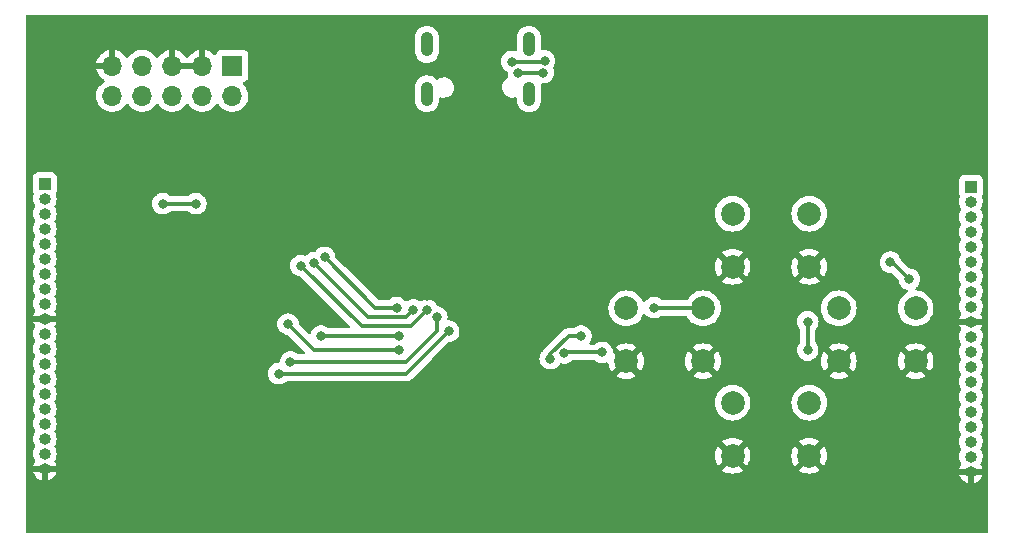
<source format=gbr>
%TF.GenerationSoftware,KiCad,Pcbnew,(6.0.7)*%
%TF.CreationDate,2022-08-25T14:46:55-07:00*%
%TF.ProjectId,mini_consolev2,6d696e69-5f63-46f6-9e73-6f6c6576322e,rev?*%
%TF.SameCoordinates,Original*%
%TF.FileFunction,Copper,L2,Bot*%
%TF.FilePolarity,Positive*%
%FSLAX46Y46*%
G04 Gerber Fmt 4.6, Leading zero omitted, Abs format (unit mm)*
G04 Created by KiCad (PCBNEW (6.0.7)) date 2022-08-25 14:46:55*
%MOMM*%
%LPD*%
G01*
G04 APERTURE LIST*
%TA.AperFunction,ComponentPad*%
%ADD10C,2.000000*%
%TD*%
%TA.AperFunction,ComponentPad*%
%ADD11O,1.050000X2.100000*%
%TD*%
%TA.AperFunction,ComponentPad*%
%ADD12R,1.700000X1.700000*%
%TD*%
%TA.AperFunction,ComponentPad*%
%ADD13O,1.700000X1.700000*%
%TD*%
%TA.AperFunction,ComponentPad*%
%ADD14R,1.000000X1.000000*%
%TD*%
%TA.AperFunction,ComponentPad*%
%ADD15O,1.000000X1.000000*%
%TD*%
%TA.AperFunction,ViaPad*%
%ADD16C,0.800000*%
%TD*%
%TA.AperFunction,Conductor*%
%ADD17C,0.300000*%
%TD*%
%TA.AperFunction,Conductor*%
%ADD18C,0.200000*%
%TD*%
G04 APERTURE END LIST*
D10*
%TO.P,SW1,1,1*%
%TO.N,B1*%
X193334000Y-77852000D03*
X186834000Y-77852000D03*
%TO.P,SW1,2,2*%
%TO.N,GND*%
X186834000Y-82352000D03*
X193334000Y-82352000D03*
%TD*%
%TO.P,SW3,1,1*%
%TO.N,B3*%
X193334000Y-93852000D03*
X186834000Y-93852000D03*
%TO.P,SW3,2,2*%
%TO.N,GND*%
X193334000Y-98352000D03*
X186834000Y-98352000D03*
%TD*%
D11*
%TO.P,J4,S1,SHIELD*%
%TO.N,unconnected-(J4-PadS1)*%
X169600000Y-67696250D03*
%TO.P,J4,S2,SHIELD*%
X160960000Y-67696250D03*
%TO.P,J4,S3,SHIELD*%
X169600000Y-63516250D03*
%TO.P,J4,S4,SHIELD*%
X160960000Y-63516250D03*
%TD*%
D10*
%TO.P,SW4,1,1*%
%TO.N,B4*%
X177834000Y-85852000D03*
X184334000Y-85852000D03*
%TO.P,SW4,2,2*%
%TO.N,GND*%
X184334000Y-90352000D03*
X177834000Y-90352000D03*
%TD*%
D12*
%TO.P,J1,1,Pin_1*%
%TO.N,+3V3*%
X144475000Y-65325000D03*
D13*
%TO.P,J1,2,Pin_2*%
%TO.N,SWDIO*%
X144475000Y-67865000D03*
%TO.P,J1,3,Pin_3*%
%TO.N,GND*%
X141935000Y-65325000D03*
%TO.P,J1,4,Pin_4*%
%TO.N,SWCLK*%
X141935000Y-67865000D03*
%TO.P,J1,5,Pin_5*%
%TO.N,GND*%
X139395000Y-65325000D03*
%TO.P,J1,6,Pin_6*%
%TO.N,unconnected-(J1-Pad6)*%
X139395000Y-67865000D03*
%TO.P,J1,7,Pin_7*%
%TO.N,unconnected-(J1-Pad7)*%
X136855000Y-65325000D03*
%TO.P,J1,8,Pin_8*%
%TO.N,unconnected-(J1-Pad8)*%
X136855000Y-67865000D03*
%TO.P,J1,9,Pin_9*%
%TO.N,GND*%
X134315000Y-65325000D03*
%TO.P,J1,10,Pin_10*%
%TO.N,NRST*%
X134315000Y-67865000D03*
%TD*%
D14*
%TO.P,J3,1,Pin_1*%
%TO.N,PC13*%
X207010000Y-75555000D03*
D15*
%TO.P,J3,2,Pin_2*%
%TO.N,PB9*%
X207010000Y-76825000D03*
%TO.P,J3,3,Pin_3*%
%TO.N,PB8*%
X207010000Y-78095000D03*
%TO.P,J3,4,Pin_4*%
%TO.N,PB7*%
X207010000Y-79365000D03*
%TO.P,J3,5,Pin_5*%
%TO.N,PB6*%
X207010000Y-80635000D03*
%TO.P,J3,6,Pin_6*%
%TO.N,PB5*%
X207010000Y-81905000D03*
%TO.P,J3,7,Pin_7*%
%TO.N,PB4*%
X207010000Y-83175000D03*
%TO.P,J3,8,Pin_8*%
%TO.N,PB3*%
X207010000Y-84445000D03*
%TO.P,J3,9,Pin_9*%
%TO.N,+3V3*%
X207010000Y-85715000D03*
%TO.P,J3,10,Pin_10*%
%TO.N,GND*%
X207010000Y-86985000D03*
%TO.P,J3,11,Pin_11*%
%TO.N,PA15*%
X207010000Y-88255000D03*
%TO.P,J3,12,Pin_12*%
%TO.N,PA12*%
X207010000Y-89525000D03*
%TO.P,J3,13,Pin_13*%
%TO.N,PA11*%
X207010000Y-90795000D03*
%TO.P,J3,14,Pin_14*%
%TO.N,PA10*%
X207010000Y-92065000D03*
%TO.P,J3,15,Pin_15*%
%TO.N,PA9*%
X207010000Y-93335000D03*
%TO.P,J3,16,Pin_16*%
%TO.N,PA8*%
X207010000Y-94605000D03*
%TO.P,J3,17,Pin_17*%
%TO.N,PB15*%
X207010000Y-95875000D03*
%TO.P,J3,18,Pin_18*%
%TO.N,PB14*%
X207010000Y-97145000D03*
%TO.P,J3,19,Pin_19*%
%TO.N,+3V3*%
X207010000Y-98415000D03*
%TO.P,J3,20,Pin_20*%
%TO.N,GND*%
X207010000Y-99685000D03*
%TD*%
D10*
%TO.P,SW2,1,1*%
%TO.N,B2*%
X202334000Y-85852000D03*
X195834000Y-85852000D03*
%TO.P,SW2,2,2*%
%TO.N,GND*%
X195834000Y-90352000D03*
X202334000Y-90352000D03*
%TD*%
D14*
%TO.P,J2,1,Pin_1*%
%TO.N,PA0*%
X128600000Y-75325000D03*
D15*
%TO.P,J2,2,Pin_2*%
%TO.N,PA1*%
X128600000Y-76595000D03*
%TO.P,J2,3,Pin_3*%
%TO.N,PA2*%
X128600000Y-77865000D03*
%TO.P,J2,4,Pin_4*%
%TO.N,PA3*%
X128600000Y-79135000D03*
%TO.P,J2,5,Pin_5*%
%TO.N,PA4*%
X128600000Y-80405000D03*
%TO.P,J2,6,Pin_6*%
%TO.N,PA5*%
X128600000Y-81675000D03*
%TO.P,J2,7,Pin_7*%
%TO.N,PA6*%
X128600000Y-82945000D03*
%TO.P,J2,8,Pin_8*%
%TO.N,PA7*%
X128600000Y-84215000D03*
%TO.P,J2,9,Pin_9*%
%TO.N,+3V3*%
X128600000Y-85485000D03*
%TO.P,J2,10,Pin_10*%
%TO.N,GND*%
X128600000Y-86755000D03*
%TO.P,J2,11,Pin_11*%
%TO.N,PB0*%
X128600000Y-88025000D03*
%TO.P,J2,12,Pin_12*%
%TO.N,PB1*%
X128600000Y-89295000D03*
%TO.P,J2,13,Pin_13*%
%TO.N,PB2*%
X128600000Y-90565000D03*
%TO.P,J2,14,Pin_14*%
%TO.N,PB10*%
X128600000Y-91835000D03*
%TO.P,J2,15,Pin_15*%
%TO.N,PB11*%
X128600000Y-93105000D03*
%TO.P,J2,16,Pin_16*%
%TO.N,PB12*%
X128600000Y-94375000D03*
%TO.P,J2,17,Pin_17*%
%TO.N,PB13*%
X128600000Y-95645000D03*
%TO.P,J2,18,Pin_18*%
%TO.N,unconnected-(J2-Pad18)*%
X128600000Y-96915000D03*
%TO.P,J2,19,Pin_19*%
%TO.N,+3V3*%
X128600000Y-98185000D03*
%TO.P,J2,20,Pin_20*%
%TO.N,GND*%
X128600000Y-99455000D03*
%TD*%
D16*
%TO.N,+3V3*%
X201800000Y-83400000D03*
X200200000Y-81960500D03*
%TO.N,GND*%
X140200000Y-88200000D03*
X169500000Y-70000000D03*
X166100000Y-80200000D03*
X141300000Y-89791500D03*
X167700000Y-71900000D03*
X171500000Y-70000000D03*
X168650000Y-71900000D03*
X161100000Y-79800000D03*
X170500000Y-70000000D03*
X162800000Y-77500000D03*
X161500000Y-70000000D03*
X168650000Y-70950000D03*
X152600000Y-78900000D03*
X161000000Y-84800000D03*
X158100000Y-76800000D03*
X130000000Y-87000000D03*
%TO.N,LED_4*%
X149400000Y-90400000D03*
X161800000Y-86600000D03*
%TO.N,Net-(J4-PadA5)*%
X170800000Y-65900000D03*
X168700000Y-65900000D03*
%TO.N,LED_3*%
X148400000Y-91400000D03*
X162800000Y-87800000D03*
%TO.N,Net-(J4-PadB5)*%
X168136443Y-64974526D03*
X170923973Y-64908216D03*
%TO.N,LED_2*%
X152000000Y-88200000D03*
X158600000Y-88200000D03*
%TO.N,LED_1*%
X149200000Y-87200000D03*
X158600000Y-89400000D03*
%TO.N,SWDIO*%
X158404101Y-85800000D03*
X152293982Y-81553009D03*
%TO.N,SWCLK*%
X159800000Y-86000000D03*
X151400000Y-82000000D03*
%TO.N,NRST*%
X161000000Y-86000000D03*
X150300000Y-82250000D03*
%TO.N,PA1*%
X138600000Y-77000000D03*
X141400000Y-77000000D03*
%TO.N,B1*%
X174000000Y-88200000D03*
X171400000Y-90129499D03*
%TO.N,B2*%
X172600000Y-89629500D03*
X175800000Y-89600000D03*
%TO.N,B3*%
X193200000Y-87000000D03*
X193200000Y-89400000D03*
%TO.N,B4*%
X180200000Y-85800000D03*
%TD*%
D17*
%TO.N,+3V3*%
X200200000Y-81960500D02*
X200360500Y-81960500D01*
X200360500Y-81960500D02*
X201800000Y-83400000D01*
%TO.N,LED_4*%
X159200000Y-90400000D02*
X149400000Y-90400000D01*
X161800000Y-86600000D02*
X161800000Y-87800000D01*
X161800000Y-87800000D02*
X159200000Y-90400000D01*
D18*
%TO.N,Net-(J4-PadA5)*%
X170700000Y-65800000D02*
X170800000Y-65900000D01*
D17*
X168700000Y-65900000D02*
X170800000Y-65900000D01*
D18*
X168800000Y-65900000D02*
X168700000Y-65800000D01*
D17*
%TO.N,LED_3*%
X162800000Y-87800000D02*
X159200000Y-91400000D01*
X159200000Y-91400000D02*
X148400000Y-91400000D01*
%TO.N,Net-(J4-PadB5)*%
X170857663Y-64974526D02*
X168136443Y-64974526D01*
X170923973Y-64908216D02*
X170857663Y-64974526D01*
%TO.N,LED_2*%
X152000000Y-88200000D02*
X158600000Y-88200000D01*
%TO.N,LED_1*%
X151400000Y-89400000D02*
X149200000Y-87200000D01*
X158600000Y-89400000D02*
X151400000Y-89400000D01*
%TO.N,SWDIO*%
X156540973Y-85800000D02*
X152293982Y-81553009D01*
X158404101Y-85800000D02*
X156540973Y-85800000D01*
%TO.N,SWCLK*%
X159200000Y-86600000D02*
X156000000Y-86600000D01*
X156000000Y-86600000D02*
X151400000Y-82000000D01*
X159800000Y-86000000D02*
X159200000Y-86600000D01*
%TO.N,NRST*%
X159600000Y-87400000D02*
X155450000Y-87400000D01*
X161000000Y-86000000D02*
X159600000Y-87400000D01*
X155450000Y-87400000D02*
X150300000Y-82250000D01*
%TO.N,PA1*%
X138600000Y-77000000D02*
X141400000Y-77000000D01*
%TO.N,B1*%
X171400000Y-90129499D02*
X171400000Y-89768839D01*
X171400000Y-89768839D02*
X172968839Y-88200000D01*
X172968839Y-88200000D02*
X174000000Y-88200000D01*
%TO.N,B2*%
X172629500Y-89600000D02*
X175800000Y-89600000D01*
X172600000Y-89629500D02*
X172629500Y-89600000D01*
%TO.N,B3*%
X193200000Y-87000000D02*
X193200000Y-89400000D01*
%TO.N,B4*%
X180252000Y-85852000D02*
X184334000Y-85852000D01*
X180200000Y-85800000D02*
X180252000Y-85852000D01*
%TD*%
%TA.AperFunction,Conductor*%
%TO.N,GND*%
G36*
X208433621Y-61028502D02*
G01*
X208480114Y-61082158D01*
X208491500Y-61134500D01*
X208491500Y-104775500D01*
X208471498Y-104843621D01*
X208417842Y-104890114D01*
X208365500Y-104901500D01*
X127134500Y-104901500D01*
X127066379Y-104881498D01*
X127019886Y-104827842D01*
X127008500Y-104775500D01*
X127008500Y-99720975D01*
X127627601Y-99720975D01*
X127656552Y-99821941D01*
X127661067Y-99833345D01*
X127745794Y-99998207D01*
X127752435Y-100008512D01*
X127867568Y-100153772D01*
X127876091Y-100162598D01*
X128017245Y-100282730D01*
X128027317Y-100289730D01*
X128189116Y-100380156D01*
X128200356Y-100385067D01*
X128328768Y-100426790D01*
X128342867Y-100427193D01*
X128346000Y-100420821D01*
X128346000Y-100412564D01*
X128854000Y-100412564D01*
X128857973Y-100426095D01*
X128866188Y-100427276D01*
X128960337Y-100400989D01*
X128971787Y-100396548D01*
X129137226Y-100312979D01*
X129147585Y-100306404D01*
X129293639Y-100192295D01*
X129302527Y-100183831D01*
X129423643Y-100043517D01*
X129430711Y-100033497D01*
X129477590Y-99950975D01*
X206037601Y-99950975D01*
X206066552Y-100051941D01*
X206071067Y-100063345D01*
X206155794Y-100228207D01*
X206162435Y-100238512D01*
X206277568Y-100383772D01*
X206286091Y-100392598D01*
X206427245Y-100512730D01*
X206437317Y-100519730D01*
X206599116Y-100610156D01*
X206610356Y-100615067D01*
X206738768Y-100656790D01*
X206752867Y-100657193D01*
X206756000Y-100650821D01*
X206756000Y-100642564D01*
X207264000Y-100642564D01*
X207267973Y-100656095D01*
X207276188Y-100657276D01*
X207370337Y-100630989D01*
X207381787Y-100626548D01*
X207547226Y-100542979D01*
X207557585Y-100536404D01*
X207703639Y-100422295D01*
X207712527Y-100413831D01*
X207833643Y-100273517D01*
X207840711Y-100263497D01*
X207932262Y-100102337D01*
X207937256Y-100091121D01*
X207982142Y-99956190D01*
X207982643Y-99942097D01*
X207976454Y-99939000D01*
X207282115Y-99939000D01*
X207266876Y-99943475D01*
X207265671Y-99944865D01*
X207264000Y-99952548D01*
X207264000Y-100642564D01*
X206756000Y-100642564D01*
X206756000Y-99957115D01*
X206751525Y-99941876D01*
X206750135Y-99940671D01*
X206742452Y-99939000D01*
X206052282Y-99939000D01*
X206038751Y-99942973D01*
X206037601Y-99950975D01*
X129477590Y-99950975D01*
X129522262Y-99872337D01*
X129527256Y-99861121D01*
X129572142Y-99726190D01*
X129572643Y-99712097D01*
X129566454Y-99709000D01*
X128872115Y-99709000D01*
X128856876Y-99713475D01*
X128855671Y-99714865D01*
X128854000Y-99722548D01*
X128854000Y-100412564D01*
X128346000Y-100412564D01*
X128346000Y-99727115D01*
X128341525Y-99711876D01*
X128340135Y-99710671D01*
X128332452Y-99709000D01*
X127642282Y-99709000D01*
X127628751Y-99712973D01*
X127627601Y-99720975D01*
X127008500Y-99720975D01*
X127008500Y-99584670D01*
X185966160Y-99584670D01*
X185971887Y-99592320D01*
X186143042Y-99697205D01*
X186151837Y-99701687D01*
X186361988Y-99788734D01*
X186371373Y-99791783D01*
X186592554Y-99844885D01*
X186602301Y-99846428D01*
X186829070Y-99864275D01*
X186838930Y-99864275D01*
X187065699Y-99846428D01*
X187075446Y-99844885D01*
X187296627Y-99791783D01*
X187306012Y-99788734D01*
X187516163Y-99701687D01*
X187524958Y-99697205D01*
X187692445Y-99594568D01*
X187701400Y-99584670D01*
X192466160Y-99584670D01*
X192471887Y-99592320D01*
X192643042Y-99697205D01*
X192651837Y-99701687D01*
X192861988Y-99788734D01*
X192871373Y-99791783D01*
X193092554Y-99844885D01*
X193102301Y-99846428D01*
X193329070Y-99864275D01*
X193338930Y-99864275D01*
X193565699Y-99846428D01*
X193575446Y-99844885D01*
X193796627Y-99791783D01*
X193806012Y-99788734D01*
X194016163Y-99701687D01*
X194024958Y-99697205D01*
X194192445Y-99594568D01*
X194201907Y-99584110D01*
X194198124Y-99575334D01*
X193346812Y-98724022D01*
X193332868Y-98716408D01*
X193331035Y-98716539D01*
X193324420Y-98720790D01*
X192472920Y-99572290D01*
X192466160Y-99584670D01*
X187701400Y-99584670D01*
X187701907Y-99584110D01*
X187698124Y-99575334D01*
X186846812Y-98724022D01*
X186832868Y-98716408D01*
X186831035Y-98716539D01*
X186824420Y-98720790D01*
X185972920Y-99572290D01*
X185966160Y-99584670D01*
X127008500Y-99584670D01*
X127008500Y-98170851D01*
X127586719Y-98170851D01*
X127587235Y-98176995D01*
X127601126Y-98342420D01*
X127603268Y-98367934D01*
X127657783Y-98558050D01*
X127660602Y-98563535D01*
X127743082Y-98724022D01*
X127748187Y-98733956D01*
X127754164Y-98741497D01*
X127754843Y-98743174D01*
X127755353Y-98743966D01*
X127755203Y-98744063D01*
X127780802Y-98807304D01*
X127767633Y-98877069D01*
X127764254Y-98882754D01*
X127764262Y-98882758D01*
X127671998Y-99050585D01*
X127667166Y-99061858D01*
X127628506Y-99183731D01*
X127628202Y-99197831D01*
X127634763Y-99201000D01*
X129558183Y-99201000D01*
X129571714Y-99197027D01*
X129572806Y-99189433D01*
X129538231Y-99074919D01*
X129533560Y-99063586D01*
X129446537Y-98899918D01*
X129439435Y-98889228D01*
X129418398Y-98821420D01*
X129434827Y-98757264D01*
X129442327Y-98744063D01*
X129468783Y-98697492D01*
X129522723Y-98602542D01*
X129522725Y-98602537D01*
X129525769Y-98597179D01*
X129588197Y-98409513D01*
X129594840Y-98356930D01*
X185321725Y-98356930D01*
X185339572Y-98583699D01*
X185341115Y-98593446D01*
X185394217Y-98814627D01*
X185397266Y-98824012D01*
X185484313Y-99034163D01*
X185488795Y-99042958D01*
X185591432Y-99210445D01*
X185601890Y-99219907D01*
X185610666Y-99216124D01*
X186461978Y-98364812D01*
X186468356Y-98353132D01*
X187198408Y-98353132D01*
X187198539Y-98354965D01*
X187202790Y-98361580D01*
X188054290Y-99213080D01*
X188066670Y-99219840D01*
X188074320Y-99214113D01*
X188179205Y-99042958D01*
X188183687Y-99034163D01*
X188270734Y-98824012D01*
X188273783Y-98814627D01*
X188326885Y-98593446D01*
X188328428Y-98583699D01*
X188346275Y-98356930D01*
X191821725Y-98356930D01*
X191839572Y-98583699D01*
X191841115Y-98593446D01*
X191894217Y-98814627D01*
X191897266Y-98824012D01*
X191984313Y-99034163D01*
X191988795Y-99042958D01*
X192091432Y-99210445D01*
X192101890Y-99219907D01*
X192110666Y-99216124D01*
X192961978Y-98364812D01*
X192968356Y-98353132D01*
X193698408Y-98353132D01*
X193698539Y-98354965D01*
X193702790Y-98361580D01*
X194554290Y-99213080D01*
X194566670Y-99219840D01*
X194574320Y-99214113D01*
X194679205Y-99042958D01*
X194683687Y-99034163D01*
X194770734Y-98824012D01*
X194773783Y-98814627D01*
X194826885Y-98593446D01*
X194828428Y-98583699D01*
X194842818Y-98400851D01*
X205996719Y-98400851D01*
X205997235Y-98406995D01*
X206012073Y-98583699D01*
X206013268Y-98597934D01*
X206014967Y-98603858D01*
X206054434Y-98741495D01*
X206067783Y-98788050D01*
X206158187Y-98963956D01*
X206164164Y-98971497D01*
X206164843Y-98973174D01*
X206165353Y-98973966D01*
X206165203Y-98974063D01*
X206190802Y-99037304D01*
X206177633Y-99107069D01*
X206174254Y-99112754D01*
X206174262Y-99112758D01*
X206081998Y-99280585D01*
X206077166Y-99291858D01*
X206038506Y-99413731D01*
X206038202Y-99427831D01*
X206044763Y-99431000D01*
X207968183Y-99431000D01*
X207981714Y-99427027D01*
X207982806Y-99419433D01*
X207948231Y-99304919D01*
X207943560Y-99293586D01*
X207856537Y-99129918D01*
X207849435Y-99119228D01*
X207828398Y-99051420D01*
X207844827Y-98987264D01*
X207852327Y-98974063D01*
X207904198Y-98882754D01*
X207932723Y-98832542D01*
X207932725Y-98832537D01*
X207935769Y-98827179D01*
X207998197Y-98639513D01*
X208022985Y-98443295D01*
X208023380Y-98415000D01*
X208004080Y-98218167D01*
X207991650Y-98176995D01*
X207948697Y-98034731D01*
X207946916Y-98028831D01*
X207854066Y-97854204D01*
X207850167Y-97849424D01*
X207849715Y-97848743D01*
X207828676Y-97780935D01*
X207845105Y-97716775D01*
X207932723Y-97562542D01*
X207932725Y-97562537D01*
X207935769Y-97557179D01*
X207998197Y-97369513D01*
X208022985Y-97173295D01*
X208023380Y-97145000D01*
X208004080Y-96948167D01*
X207991650Y-96906995D01*
X207948697Y-96764731D01*
X207946916Y-96758831D01*
X207854066Y-96584204D01*
X207850167Y-96579424D01*
X207849715Y-96578743D01*
X207828676Y-96510935D01*
X207845105Y-96446775D01*
X207932723Y-96292542D01*
X207932725Y-96292537D01*
X207935769Y-96287179D01*
X207998197Y-96099513D01*
X208022985Y-95903295D01*
X208023380Y-95875000D01*
X208004080Y-95678167D01*
X207991650Y-95636995D01*
X207948697Y-95494731D01*
X207946916Y-95488831D01*
X207854066Y-95314204D01*
X207850167Y-95309424D01*
X207849715Y-95308743D01*
X207828676Y-95240935D01*
X207845105Y-95176775D01*
X207932723Y-95022542D01*
X207932725Y-95022537D01*
X207935769Y-95017179D01*
X207998197Y-94829513D01*
X208022985Y-94633295D01*
X208023380Y-94605000D01*
X208004080Y-94408167D01*
X207991650Y-94366995D01*
X207948697Y-94224731D01*
X207946916Y-94218831D01*
X207854066Y-94044204D01*
X207850167Y-94039424D01*
X207849715Y-94038743D01*
X207828676Y-93970935D01*
X207845105Y-93906775D01*
X207932723Y-93752542D01*
X207932725Y-93752537D01*
X207935769Y-93747179D01*
X207998197Y-93559513D01*
X208022985Y-93363295D01*
X208023380Y-93335000D01*
X208004080Y-93138167D01*
X207991650Y-93096995D01*
X207980162Y-93058947D01*
X207946916Y-92948831D01*
X207854066Y-92774204D01*
X207850167Y-92769424D01*
X207849715Y-92768743D01*
X207828676Y-92700935D01*
X207845105Y-92636775D01*
X207932723Y-92482542D01*
X207932725Y-92482537D01*
X207935769Y-92477179D01*
X207998197Y-92289513D01*
X208022985Y-92093295D01*
X208023380Y-92065000D01*
X208004080Y-91868167D01*
X207991650Y-91826995D01*
X207973014Y-91765271D01*
X207946916Y-91678831D01*
X207854066Y-91504204D01*
X207850167Y-91499424D01*
X207849715Y-91498743D01*
X207828676Y-91430935D01*
X207845105Y-91366775D01*
X207932723Y-91212542D01*
X207932725Y-91212537D01*
X207935769Y-91207179D01*
X207998197Y-91019513D01*
X208022985Y-90823295D01*
X208023380Y-90795000D01*
X208004080Y-90598167D01*
X207991650Y-90556995D01*
X207974341Y-90499666D01*
X207946916Y-90408831D01*
X207854066Y-90234204D01*
X207850167Y-90229424D01*
X207849715Y-90228743D01*
X207828676Y-90160935D01*
X207845105Y-90096775D01*
X207932723Y-89942542D01*
X207932725Y-89942537D01*
X207935769Y-89937179D01*
X207998197Y-89749513D01*
X208022985Y-89553295D01*
X208023380Y-89525000D01*
X208004080Y-89328167D01*
X207999181Y-89311939D01*
X207968425Y-89210072D01*
X207946916Y-89138831D01*
X207854066Y-88964204D01*
X207850167Y-88959424D01*
X207849715Y-88958743D01*
X207828676Y-88890935D01*
X207845105Y-88826775D01*
X207932723Y-88672542D01*
X207932725Y-88672537D01*
X207935769Y-88667179D01*
X207998197Y-88479513D01*
X208022985Y-88283295D01*
X208023380Y-88255000D01*
X208004080Y-88058167D01*
X207998585Y-88039965D01*
X207955254Y-87896448D01*
X207946916Y-87868831D01*
X207854066Y-87694204D01*
X207850170Y-87689427D01*
X207849404Y-87688274D01*
X207828366Y-87620466D01*
X207844795Y-87556308D01*
X207932262Y-87402337D01*
X207937256Y-87391121D01*
X207982142Y-87256190D01*
X207982643Y-87242097D01*
X207976454Y-87239000D01*
X206052282Y-87239000D01*
X206038751Y-87242973D01*
X206037601Y-87250975D01*
X206066552Y-87351941D01*
X206071067Y-87363345D01*
X206155794Y-87528207D01*
X206162432Y-87538507D01*
X206164131Y-87540650D01*
X206164667Y-87541975D01*
X206165774Y-87543692D01*
X206165448Y-87543902D01*
X206190770Y-87606460D01*
X206177600Y-87676224D01*
X206173979Y-87682316D01*
X206173846Y-87682474D01*
X206173370Y-87683341D01*
X206173364Y-87683350D01*
X206112845Y-87793435D01*
X206078567Y-87855787D01*
X206076706Y-87861654D01*
X206076705Y-87861656D01*
X206026001Y-88021495D01*
X206018765Y-88044306D01*
X205996719Y-88240851D01*
X205997235Y-88246995D01*
X206010380Y-88403535D01*
X206013268Y-88437934D01*
X206014967Y-88443858D01*
X206057963Y-88593803D01*
X206067783Y-88628050D01*
X206070602Y-88633535D01*
X206119533Y-88728743D01*
X206158187Y-88803956D01*
X206162016Y-88808787D01*
X206163839Y-88811088D01*
X206164414Y-88812509D01*
X206165353Y-88813966D01*
X206165076Y-88814144D01*
X206190474Y-88876898D01*
X206177301Y-88946662D01*
X206173846Y-88952474D01*
X206078567Y-89125787D01*
X206076706Y-89131654D01*
X206076705Y-89131656D01*
X206026001Y-89291495D01*
X206018765Y-89314306D01*
X205996719Y-89510851D01*
X205997235Y-89516995D01*
X206010380Y-89673535D01*
X206013268Y-89707934D01*
X206022801Y-89741179D01*
X206065295Y-89889373D01*
X206067783Y-89898050D01*
X206070602Y-89903535D01*
X206119533Y-89998743D01*
X206158187Y-90073956D01*
X206162016Y-90078787D01*
X206163839Y-90081088D01*
X206164414Y-90082509D01*
X206165353Y-90083966D01*
X206165076Y-90084144D01*
X206190474Y-90146898D01*
X206177301Y-90216662D01*
X206173846Y-90222474D01*
X206078567Y-90395787D01*
X206076706Y-90401654D01*
X206076705Y-90401656D01*
X206026001Y-90561495D01*
X206018765Y-90584306D01*
X205996719Y-90780851D01*
X205997235Y-90786995D01*
X206010380Y-90943535D01*
X206013268Y-90977934D01*
X206029554Y-91034729D01*
X206050701Y-91108477D01*
X206067783Y-91168050D01*
X206070602Y-91173535D01*
X206119533Y-91268743D01*
X206158187Y-91343956D01*
X206162016Y-91348787D01*
X206163839Y-91351088D01*
X206164414Y-91352509D01*
X206165353Y-91353966D01*
X206165076Y-91354144D01*
X206190474Y-91416898D01*
X206177301Y-91486662D01*
X206173846Y-91492474D01*
X206078567Y-91665787D01*
X206076706Y-91671654D01*
X206076705Y-91671656D01*
X206021264Y-91846428D01*
X206018765Y-91854306D01*
X205996719Y-92050851D01*
X205997553Y-92060788D01*
X206010380Y-92213535D01*
X206013268Y-92247934D01*
X206014967Y-92253858D01*
X206060239Y-92411740D01*
X206067783Y-92438050D01*
X206070602Y-92443535D01*
X206119533Y-92538743D01*
X206158187Y-92613956D01*
X206162016Y-92618787D01*
X206163839Y-92621088D01*
X206164414Y-92622509D01*
X206165353Y-92623966D01*
X206165076Y-92624144D01*
X206190474Y-92686898D01*
X206177301Y-92756662D01*
X206173846Y-92762474D01*
X206078567Y-92935787D01*
X206076706Y-92941654D01*
X206076705Y-92941656D01*
X206026001Y-93101495D01*
X206018765Y-93124306D01*
X205996719Y-93320851D01*
X205997235Y-93326995D01*
X206010380Y-93483535D01*
X206013268Y-93517934D01*
X206014967Y-93523858D01*
X206050701Y-93648477D01*
X206067783Y-93708050D01*
X206070602Y-93713535D01*
X206119533Y-93808743D01*
X206158187Y-93883956D01*
X206162016Y-93888787D01*
X206163839Y-93891088D01*
X206164414Y-93892509D01*
X206165353Y-93893966D01*
X206165076Y-93894144D01*
X206190474Y-93956898D01*
X206177301Y-94026662D01*
X206173846Y-94032474D01*
X206078567Y-94205787D01*
X206076706Y-94211654D01*
X206076705Y-94211656D01*
X206026001Y-94371495D01*
X206018765Y-94394306D01*
X205996719Y-94590851D01*
X205997235Y-94596995D01*
X206010380Y-94753535D01*
X206013268Y-94787934D01*
X206014967Y-94793858D01*
X206050701Y-94918477D01*
X206067783Y-94978050D01*
X206070602Y-94983535D01*
X206119533Y-95078743D01*
X206158187Y-95153956D01*
X206162016Y-95158787D01*
X206163839Y-95161088D01*
X206164414Y-95162509D01*
X206165353Y-95163966D01*
X206165076Y-95164144D01*
X206190474Y-95226898D01*
X206177301Y-95296662D01*
X206173846Y-95302474D01*
X206078567Y-95475787D01*
X206076706Y-95481654D01*
X206076705Y-95481656D01*
X206026001Y-95641495D01*
X206018765Y-95664306D01*
X205996719Y-95860851D01*
X205997235Y-95866995D01*
X206010380Y-96023535D01*
X206013268Y-96057934D01*
X206014967Y-96063858D01*
X206050701Y-96188477D01*
X206067783Y-96248050D01*
X206070602Y-96253535D01*
X206119533Y-96348743D01*
X206158187Y-96423956D01*
X206162016Y-96428787D01*
X206163839Y-96431088D01*
X206164414Y-96432509D01*
X206165353Y-96433966D01*
X206165076Y-96434144D01*
X206190474Y-96496898D01*
X206177301Y-96566662D01*
X206173846Y-96572474D01*
X206078567Y-96745787D01*
X206076706Y-96751654D01*
X206076705Y-96751656D01*
X206026001Y-96911495D01*
X206018765Y-96934306D01*
X205996719Y-97130851D01*
X205997235Y-97136995D01*
X206010380Y-97293535D01*
X206013268Y-97327934D01*
X206014967Y-97333858D01*
X206060004Y-97490920D01*
X206067783Y-97518050D01*
X206070602Y-97523535D01*
X206119533Y-97618743D01*
X206158187Y-97693956D01*
X206162016Y-97698787D01*
X206163839Y-97701088D01*
X206164414Y-97702509D01*
X206165353Y-97703966D01*
X206165076Y-97704144D01*
X206190474Y-97766898D01*
X206177301Y-97836662D01*
X206173846Y-97842474D01*
X206078567Y-98015787D01*
X206076706Y-98021654D01*
X206076705Y-98021656D01*
X206026001Y-98181495D01*
X206018765Y-98204306D01*
X205996719Y-98400851D01*
X194842818Y-98400851D01*
X194846275Y-98356930D01*
X194846275Y-98347070D01*
X194828428Y-98120301D01*
X194826885Y-98110554D01*
X194773783Y-97889373D01*
X194770734Y-97879988D01*
X194683687Y-97669837D01*
X194679205Y-97661042D01*
X194576568Y-97493555D01*
X194566110Y-97484093D01*
X194557334Y-97487876D01*
X193706022Y-98339188D01*
X193698408Y-98353132D01*
X192968356Y-98353132D01*
X192969592Y-98350868D01*
X192969461Y-98349035D01*
X192965210Y-98342420D01*
X192113710Y-97490920D01*
X192101330Y-97484160D01*
X192093680Y-97489887D01*
X191988795Y-97661042D01*
X191984313Y-97669837D01*
X191897266Y-97879988D01*
X191894217Y-97889373D01*
X191841115Y-98110554D01*
X191839572Y-98120301D01*
X191821725Y-98347070D01*
X191821725Y-98356930D01*
X188346275Y-98356930D01*
X188346275Y-98347070D01*
X188328428Y-98120301D01*
X188326885Y-98110554D01*
X188273783Y-97889373D01*
X188270734Y-97879988D01*
X188183687Y-97669837D01*
X188179205Y-97661042D01*
X188076568Y-97493555D01*
X188066110Y-97484093D01*
X188057334Y-97487876D01*
X187206022Y-98339188D01*
X187198408Y-98353132D01*
X186468356Y-98353132D01*
X186469592Y-98350868D01*
X186469461Y-98349035D01*
X186465210Y-98342420D01*
X185613710Y-97490920D01*
X185601330Y-97484160D01*
X185593680Y-97489887D01*
X185488795Y-97661042D01*
X185484313Y-97669837D01*
X185397266Y-97879988D01*
X185394217Y-97889373D01*
X185341115Y-98110554D01*
X185339572Y-98120301D01*
X185321725Y-98347070D01*
X185321725Y-98356930D01*
X129594840Y-98356930D01*
X129612985Y-98213295D01*
X129613380Y-98185000D01*
X129594080Y-97988167D01*
X129536916Y-97798831D01*
X129444066Y-97624204D01*
X129440167Y-97619424D01*
X129439715Y-97618743D01*
X129418676Y-97550935D01*
X129435105Y-97486775D01*
X129522723Y-97332542D01*
X129522725Y-97332537D01*
X129525769Y-97327179D01*
X129588197Y-97139513D01*
X129590676Y-97119890D01*
X185966093Y-97119890D01*
X185969876Y-97128666D01*
X186821188Y-97979978D01*
X186835132Y-97987592D01*
X186836965Y-97987461D01*
X186843580Y-97983210D01*
X187695080Y-97131710D01*
X187701534Y-97119890D01*
X192466093Y-97119890D01*
X192469876Y-97128666D01*
X193321188Y-97979978D01*
X193335132Y-97987592D01*
X193336965Y-97987461D01*
X193343580Y-97983210D01*
X194195080Y-97131710D01*
X194201840Y-97119330D01*
X194196113Y-97111680D01*
X194024958Y-97006795D01*
X194016163Y-97002313D01*
X193806012Y-96915266D01*
X193796627Y-96912217D01*
X193575446Y-96859115D01*
X193565699Y-96857572D01*
X193338930Y-96839725D01*
X193329070Y-96839725D01*
X193102301Y-96857572D01*
X193092554Y-96859115D01*
X192871373Y-96912217D01*
X192861988Y-96915266D01*
X192651837Y-97002313D01*
X192643042Y-97006795D01*
X192475555Y-97109432D01*
X192466093Y-97119890D01*
X187701534Y-97119890D01*
X187701840Y-97119330D01*
X187696113Y-97111680D01*
X187524958Y-97006795D01*
X187516163Y-97002313D01*
X187306012Y-96915266D01*
X187296627Y-96912217D01*
X187075446Y-96859115D01*
X187065699Y-96857572D01*
X186838930Y-96839725D01*
X186829070Y-96839725D01*
X186602301Y-96857572D01*
X186592554Y-96859115D01*
X186371373Y-96912217D01*
X186361988Y-96915266D01*
X186151837Y-97002313D01*
X186143042Y-97006795D01*
X185975555Y-97109432D01*
X185966093Y-97119890D01*
X129590676Y-97119890D01*
X129612985Y-96943295D01*
X129613380Y-96915000D01*
X129594080Y-96718167D01*
X129536916Y-96528831D01*
X129444066Y-96354204D01*
X129440167Y-96349424D01*
X129439715Y-96348743D01*
X129418676Y-96280935D01*
X129435105Y-96216775D01*
X129522723Y-96062542D01*
X129522725Y-96062537D01*
X129525769Y-96057179D01*
X129588197Y-95869513D01*
X129612985Y-95673295D01*
X129613380Y-95645000D01*
X129594080Y-95448167D01*
X129536916Y-95258831D01*
X129444066Y-95084204D01*
X129440167Y-95079424D01*
X129439715Y-95078743D01*
X129418676Y-95010935D01*
X129435105Y-94946775D01*
X129522723Y-94792542D01*
X129522725Y-94792537D01*
X129525769Y-94787179D01*
X129588197Y-94599513D01*
X129612985Y-94403295D01*
X129613380Y-94375000D01*
X129594080Y-94178167D01*
X129536916Y-93988831D01*
X129464162Y-93852000D01*
X185320835Y-93852000D01*
X185339465Y-94088711D01*
X185340619Y-94093518D01*
X185340620Y-94093524D01*
X185359083Y-94170425D01*
X185394895Y-94319594D01*
X185396788Y-94324165D01*
X185396789Y-94324167D01*
X185434124Y-94414301D01*
X185485760Y-94538963D01*
X185488346Y-94543183D01*
X185607241Y-94737202D01*
X185607245Y-94737208D01*
X185609824Y-94741416D01*
X185764031Y-94921969D01*
X185944584Y-95076176D01*
X185948792Y-95078755D01*
X185948798Y-95078759D01*
X186088134Y-95164144D01*
X186147037Y-95200240D01*
X186151607Y-95202133D01*
X186151611Y-95202135D01*
X186288489Y-95258831D01*
X186366406Y-95291105D01*
X186439874Y-95308743D01*
X186592476Y-95345380D01*
X186592482Y-95345381D01*
X186597289Y-95346535D01*
X186834000Y-95365165D01*
X187070711Y-95346535D01*
X187075518Y-95345381D01*
X187075524Y-95345380D01*
X187228126Y-95308743D01*
X187301594Y-95291105D01*
X187379511Y-95258831D01*
X187516389Y-95202135D01*
X187516393Y-95202133D01*
X187520963Y-95200240D01*
X187579866Y-95164144D01*
X187719202Y-95078759D01*
X187719208Y-95078755D01*
X187723416Y-95076176D01*
X187903969Y-94921969D01*
X188058176Y-94741416D01*
X188060755Y-94737208D01*
X188060759Y-94737202D01*
X188179654Y-94543183D01*
X188182240Y-94538963D01*
X188233877Y-94414301D01*
X188271211Y-94324167D01*
X188271212Y-94324165D01*
X188273105Y-94319594D01*
X188308917Y-94170425D01*
X188327380Y-94093524D01*
X188327381Y-94093518D01*
X188328535Y-94088711D01*
X188347165Y-93852000D01*
X191820835Y-93852000D01*
X191839465Y-94088711D01*
X191840619Y-94093518D01*
X191840620Y-94093524D01*
X191859083Y-94170425D01*
X191894895Y-94319594D01*
X191896788Y-94324165D01*
X191896789Y-94324167D01*
X191934124Y-94414301D01*
X191985760Y-94538963D01*
X191988346Y-94543183D01*
X192107241Y-94737202D01*
X192107245Y-94737208D01*
X192109824Y-94741416D01*
X192264031Y-94921969D01*
X192444584Y-95076176D01*
X192448792Y-95078755D01*
X192448798Y-95078759D01*
X192588134Y-95164144D01*
X192647037Y-95200240D01*
X192651607Y-95202133D01*
X192651611Y-95202135D01*
X192788489Y-95258831D01*
X192866406Y-95291105D01*
X192939874Y-95308743D01*
X193092476Y-95345380D01*
X193092482Y-95345381D01*
X193097289Y-95346535D01*
X193334000Y-95365165D01*
X193570711Y-95346535D01*
X193575518Y-95345381D01*
X193575524Y-95345380D01*
X193728126Y-95308743D01*
X193801594Y-95291105D01*
X193879511Y-95258831D01*
X194016389Y-95202135D01*
X194016393Y-95202133D01*
X194020963Y-95200240D01*
X194079866Y-95164144D01*
X194219202Y-95078759D01*
X194219208Y-95078755D01*
X194223416Y-95076176D01*
X194403969Y-94921969D01*
X194558176Y-94741416D01*
X194560755Y-94737208D01*
X194560759Y-94737202D01*
X194679654Y-94543183D01*
X194682240Y-94538963D01*
X194733877Y-94414301D01*
X194771211Y-94324167D01*
X194771212Y-94324165D01*
X194773105Y-94319594D01*
X194808917Y-94170425D01*
X194827380Y-94093524D01*
X194827381Y-94093518D01*
X194828535Y-94088711D01*
X194847165Y-93852000D01*
X194828535Y-93615289D01*
X194816550Y-93565365D01*
X194774260Y-93389218D01*
X194773105Y-93384406D01*
X194735599Y-93293858D01*
X194684135Y-93169611D01*
X194684133Y-93169607D01*
X194682240Y-93165037D01*
X194633025Y-93084726D01*
X194560759Y-92966798D01*
X194560755Y-92966792D01*
X194558176Y-92962584D01*
X194403969Y-92782031D01*
X194223416Y-92627824D01*
X194219208Y-92625245D01*
X194219202Y-92625241D01*
X194025183Y-92506346D01*
X194020963Y-92503760D01*
X194016393Y-92501867D01*
X194016389Y-92501865D01*
X193806167Y-92414789D01*
X193806165Y-92414788D01*
X193801594Y-92412895D01*
X193701177Y-92388787D01*
X193575524Y-92358620D01*
X193575518Y-92358619D01*
X193570711Y-92357465D01*
X193334000Y-92338835D01*
X193097289Y-92357465D01*
X193092482Y-92358619D01*
X193092476Y-92358620D01*
X192966823Y-92388787D01*
X192866406Y-92412895D01*
X192861835Y-92414788D01*
X192861833Y-92414789D01*
X192651611Y-92501865D01*
X192651607Y-92501867D01*
X192647037Y-92503760D01*
X192642817Y-92506346D01*
X192448798Y-92625241D01*
X192448792Y-92625245D01*
X192444584Y-92627824D01*
X192264031Y-92782031D01*
X192109824Y-92962584D01*
X192107245Y-92966792D01*
X192107241Y-92966798D01*
X192034975Y-93084726D01*
X191985760Y-93165037D01*
X191983867Y-93169607D01*
X191983865Y-93169611D01*
X191932401Y-93293858D01*
X191894895Y-93384406D01*
X191893740Y-93389218D01*
X191851451Y-93565365D01*
X191839465Y-93615289D01*
X191820835Y-93852000D01*
X188347165Y-93852000D01*
X188328535Y-93615289D01*
X188316550Y-93565365D01*
X188274260Y-93389218D01*
X188273105Y-93384406D01*
X188235599Y-93293858D01*
X188184135Y-93169611D01*
X188184133Y-93169607D01*
X188182240Y-93165037D01*
X188133025Y-93084726D01*
X188060759Y-92966798D01*
X188060755Y-92966792D01*
X188058176Y-92962584D01*
X187903969Y-92782031D01*
X187723416Y-92627824D01*
X187719208Y-92625245D01*
X187719202Y-92625241D01*
X187525183Y-92506346D01*
X187520963Y-92503760D01*
X187516393Y-92501867D01*
X187516389Y-92501865D01*
X187306167Y-92414789D01*
X187306165Y-92414788D01*
X187301594Y-92412895D01*
X187201177Y-92388787D01*
X187075524Y-92358620D01*
X187075518Y-92358619D01*
X187070711Y-92357465D01*
X186834000Y-92338835D01*
X186597289Y-92357465D01*
X186592482Y-92358619D01*
X186592476Y-92358620D01*
X186466823Y-92388787D01*
X186366406Y-92412895D01*
X186361835Y-92414788D01*
X186361833Y-92414789D01*
X186151611Y-92501865D01*
X186151607Y-92501867D01*
X186147037Y-92503760D01*
X186142817Y-92506346D01*
X185948798Y-92625241D01*
X185948792Y-92625245D01*
X185944584Y-92627824D01*
X185764031Y-92782031D01*
X185609824Y-92962584D01*
X185607245Y-92966792D01*
X185607241Y-92966798D01*
X185534975Y-93084726D01*
X185485760Y-93165037D01*
X185483867Y-93169607D01*
X185483865Y-93169611D01*
X185432401Y-93293858D01*
X185394895Y-93384406D01*
X185393740Y-93389218D01*
X185351451Y-93565365D01*
X185339465Y-93615289D01*
X185320835Y-93852000D01*
X129464162Y-93852000D01*
X129444066Y-93814204D01*
X129440167Y-93809424D01*
X129439715Y-93808743D01*
X129418676Y-93740935D01*
X129435105Y-93676775D01*
X129522723Y-93522542D01*
X129522725Y-93522537D01*
X129525769Y-93517179D01*
X129588197Y-93329513D01*
X129612985Y-93133295D01*
X129613380Y-93105000D01*
X129594080Y-92908167D01*
X129536916Y-92718831D01*
X129444066Y-92544204D01*
X129440167Y-92539424D01*
X129439715Y-92538743D01*
X129418676Y-92470935D01*
X129435105Y-92406775D01*
X129522723Y-92252542D01*
X129522725Y-92252537D01*
X129525769Y-92247179D01*
X129588197Y-92059513D01*
X129612985Y-91863295D01*
X129613195Y-91848248D01*
X129613331Y-91838523D01*
X129613331Y-91838520D01*
X129613380Y-91835000D01*
X129594080Y-91638167D01*
X129536916Y-91448831D01*
X129510952Y-91400000D01*
X147486496Y-91400000D01*
X147506458Y-91589928D01*
X147565473Y-91771556D01*
X147568776Y-91777278D01*
X147568777Y-91777279D01*
X147597481Y-91826995D01*
X147660960Y-91936944D01*
X147665378Y-91941851D01*
X147665379Y-91941852D01*
X147773106Y-92061495D01*
X147788747Y-92078866D01*
X147943248Y-92191118D01*
X147949276Y-92193802D01*
X147949278Y-92193803D01*
X148070859Y-92247934D01*
X148117712Y-92268794D01*
X148186395Y-92283393D01*
X148298056Y-92307128D01*
X148298061Y-92307128D01*
X148304513Y-92308500D01*
X148495487Y-92308500D01*
X148501939Y-92307128D01*
X148501944Y-92307128D01*
X148613605Y-92283393D01*
X148682288Y-92268794D01*
X148729141Y-92247934D01*
X148850722Y-92193803D01*
X148850724Y-92193802D01*
X148856752Y-92191118D01*
X149006163Y-92082564D01*
X149073031Y-92058706D01*
X149080224Y-92058500D01*
X159117944Y-92058500D01*
X159129800Y-92059059D01*
X159129803Y-92059059D01*
X159137537Y-92060788D01*
X159208369Y-92058562D01*
X159212327Y-92058500D01*
X159241432Y-92058500D01*
X159245832Y-92057944D01*
X159257664Y-92057012D01*
X159303831Y-92055562D01*
X159324421Y-92049580D01*
X159343782Y-92045570D01*
X159350770Y-92044688D01*
X159357204Y-92043875D01*
X159357205Y-92043875D01*
X159365064Y-92042882D01*
X159372429Y-92039966D01*
X159372433Y-92039965D01*
X159408021Y-92025874D01*
X159419231Y-92022035D01*
X159463600Y-92009145D01*
X159482065Y-91998225D01*
X159499805Y-91989534D01*
X159519756Y-91981635D01*
X159557129Y-91954482D01*
X159567048Y-91947967D01*
X159599977Y-91928493D01*
X159599981Y-91928490D01*
X159606807Y-91924453D01*
X159621971Y-91909289D01*
X159637005Y-91896448D01*
X159647943Y-91888501D01*
X159654357Y-91883841D01*
X159683803Y-91848247D01*
X159691792Y-91839468D01*
X159946590Y-91584670D01*
X176966160Y-91584670D01*
X176971887Y-91592320D01*
X177143042Y-91697205D01*
X177151837Y-91701687D01*
X177361988Y-91788734D01*
X177371373Y-91791783D01*
X177592554Y-91844885D01*
X177602301Y-91846428D01*
X177829070Y-91864275D01*
X177838930Y-91864275D01*
X178065699Y-91846428D01*
X178075446Y-91844885D01*
X178296627Y-91791783D01*
X178306012Y-91788734D01*
X178516163Y-91701687D01*
X178524958Y-91697205D01*
X178692445Y-91594568D01*
X178701400Y-91584670D01*
X183466160Y-91584670D01*
X183471887Y-91592320D01*
X183643042Y-91697205D01*
X183651837Y-91701687D01*
X183861988Y-91788734D01*
X183871373Y-91791783D01*
X184092554Y-91844885D01*
X184102301Y-91846428D01*
X184329070Y-91864275D01*
X184338930Y-91864275D01*
X184565699Y-91846428D01*
X184575446Y-91844885D01*
X184796627Y-91791783D01*
X184806012Y-91788734D01*
X185016163Y-91701687D01*
X185024958Y-91697205D01*
X185192445Y-91594568D01*
X185201400Y-91584670D01*
X194966160Y-91584670D01*
X194971887Y-91592320D01*
X195143042Y-91697205D01*
X195151837Y-91701687D01*
X195361988Y-91788734D01*
X195371373Y-91791783D01*
X195592554Y-91844885D01*
X195602301Y-91846428D01*
X195829070Y-91864275D01*
X195838930Y-91864275D01*
X196065699Y-91846428D01*
X196075446Y-91844885D01*
X196296627Y-91791783D01*
X196306012Y-91788734D01*
X196516163Y-91701687D01*
X196524958Y-91697205D01*
X196692445Y-91594568D01*
X196701400Y-91584670D01*
X201466160Y-91584670D01*
X201471887Y-91592320D01*
X201643042Y-91697205D01*
X201651837Y-91701687D01*
X201861988Y-91788734D01*
X201871373Y-91791783D01*
X202092554Y-91844885D01*
X202102301Y-91846428D01*
X202329070Y-91864275D01*
X202338930Y-91864275D01*
X202565699Y-91846428D01*
X202575446Y-91844885D01*
X202796627Y-91791783D01*
X202806012Y-91788734D01*
X203016163Y-91701687D01*
X203024958Y-91697205D01*
X203192445Y-91594568D01*
X203201907Y-91584110D01*
X203198124Y-91575334D01*
X202346812Y-90724022D01*
X202332868Y-90716408D01*
X202331035Y-90716539D01*
X202324420Y-90720790D01*
X201472920Y-91572290D01*
X201466160Y-91584670D01*
X196701400Y-91584670D01*
X196701907Y-91584110D01*
X196698124Y-91575334D01*
X195846812Y-90724022D01*
X195832868Y-90716408D01*
X195831035Y-90716539D01*
X195824420Y-90720790D01*
X194972920Y-91572290D01*
X194966160Y-91584670D01*
X185201400Y-91584670D01*
X185201907Y-91584110D01*
X185198124Y-91575334D01*
X184346812Y-90724022D01*
X184332868Y-90716408D01*
X184331035Y-90716539D01*
X184324420Y-90720790D01*
X183472920Y-91572290D01*
X183466160Y-91584670D01*
X178701400Y-91584670D01*
X178701907Y-91584110D01*
X178698124Y-91575334D01*
X177846812Y-90724022D01*
X177832868Y-90716408D01*
X177831035Y-90716539D01*
X177824420Y-90720790D01*
X176972920Y-91572290D01*
X176966160Y-91584670D01*
X159946590Y-91584670D01*
X161401761Y-90129499D01*
X170486496Y-90129499D01*
X170487186Y-90136064D01*
X170505704Y-90312249D01*
X170506458Y-90319427D01*
X170565473Y-90501055D01*
X170568776Y-90506777D01*
X170568777Y-90506778D01*
X170594223Y-90550851D01*
X170660960Y-90666443D01*
X170665378Y-90671350D01*
X170665379Y-90671351D01*
X170773557Y-90791495D01*
X170788747Y-90808365D01*
X170943248Y-90920617D01*
X170949276Y-90923301D01*
X170949278Y-90923302D01*
X171085290Y-90983858D01*
X171117712Y-90998293D01*
X171188752Y-91013393D01*
X171298056Y-91036627D01*
X171298061Y-91036627D01*
X171304513Y-91037999D01*
X171495487Y-91037999D01*
X171501939Y-91036627D01*
X171501944Y-91036627D01*
X171611248Y-91013393D01*
X171682288Y-90998293D01*
X171714710Y-90983858D01*
X171850722Y-90923302D01*
X171850724Y-90923301D01*
X171856752Y-90920617D01*
X172011253Y-90808365D01*
X172026443Y-90791495D01*
X172134621Y-90671351D01*
X172134622Y-90671350D01*
X172139040Y-90666443D01*
X172199267Y-90562127D01*
X172250650Y-90513134D01*
X172320363Y-90499698D01*
X172334583Y-90501880D01*
X172498056Y-90536628D01*
X172498061Y-90536628D01*
X172504513Y-90538000D01*
X172695487Y-90538000D01*
X172701939Y-90536628D01*
X172701944Y-90536628D01*
X172788888Y-90518147D01*
X172882288Y-90498294D01*
X172894466Y-90492872D01*
X173050722Y-90423303D01*
X173050724Y-90423302D01*
X173056752Y-90420618D01*
X173064855Y-90414731D01*
X173205909Y-90312249D01*
X173205911Y-90312247D01*
X173211253Y-90308366D01*
X173215674Y-90303456D01*
X173218617Y-90300188D01*
X173279064Y-90262949D01*
X173312252Y-90258500D01*
X175119776Y-90258500D01*
X175187897Y-90278502D01*
X175193837Y-90282564D01*
X175302593Y-90361580D01*
X175343248Y-90391118D01*
X175349276Y-90393802D01*
X175349278Y-90393803D01*
X175462758Y-90444327D01*
X175517712Y-90468794D01*
X175593753Y-90484957D01*
X175698056Y-90507128D01*
X175698061Y-90507128D01*
X175704513Y-90508500D01*
X175895487Y-90508500D01*
X175901939Y-90507128D01*
X175901944Y-90507128D01*
X176006247Y-90484957D01*
X176082288Y-90468794D01*
X176088315Y-90466111D01*
X176088323Y-90466108D01*
X176159253Y-90434528D01*
X176229620Y-90425094D01*
X176293917Y-90455201D01*
X176331730Y-90515290D01*
X176336113Y-90539750D01*
X176339572Y-90583698D01*
X176341115Y-90593446D01*
X176394217Y-90814627D01*
X176397266Y-90824012D01*
X176484313Y-91034163D01*
X176488795Y-91042958D01*
X176591432Y-91210445D01*
X176601890Y-91219907D01*
X176610666Y-91216124D01*
X177461978Y-90364812D01*
X177468356Y-90353132D01*
X178198408Y-90353132D01*
X178198539Y-90354965D01*
X178202790Y-90361580D01*
X179054290Y-91213080D01*
X179066670Y-91219840D01*
X179074320Y-91214113D01*
X179179205Y-91042958D01*
X179183687Y-91034163D01*
X179270734Y-90824012D01*
X179273783Y-90814627D01*
X179326885Y-90593446D01*
X179328428Y-90583699D01*
X179346275Y-90356930D01*
X182821725Y-90356930D01*
X182839572Y-90583699D01*
X182841115Y-90593446D01*
X182894217Y-90814627D01*
X182897266Y-90824012D01*
X182984313Y-91034163D01*
X182988795Y-91042958D01*
X183091432Y-91210445D01*
X183101890Y-91219907D01*
X183110666Y-91216124D01*
X183961978Y-90364812D01*
X183968356Y-90353132D01*
X184698408Y-90353132D01*
X184698539Y-90354965D01*
X184702790Y-90361580D01*
X185554290Y-91213080D01*
X185566670Y-91219840D01*
X185574320Y-91214113D01*
X185679205Y-91042958D01*
X185683687Y-91034163D01*
X185770734Y-90824012D01*
X185773783Y-90814627D01*
X185826885Y-90593446D01*
X185828428Y-90583699D01*
X185846275Y-90356930D01*
X194321725Y-90356930D01*
X194339572Y-90583699D01*
X194341115Y-90593446D01*
X194394217Y-90814627D01*
X194397266Y-90824012D01*
X194484313Y-91034163D01*
X194488795Y-91042958D01*
X194591432Y-91210445D01*
X194601890Y-91219907D01*
X194610666Y-91216124D01*
X195461978Y-90364812D01*
X195468356Y-90353132D01*
X196198408Y-90353132D01*
X196198539Y-90354965D01*
X196202790Y-90361580D01*
X197054290Y-91213080D01*
X197066670Y-91219840D01*
X197074320Y-91214113D01*
X197179205Y-91042958D01*
X197183687Y-91034163D01*
X197270734Y-90824012D01*
X197273783Y-90814627D01*
X197326885Y-90593446D01*
X197328428Y-90583699D01*
X197346275Y-90356930D01*
X200821725Y-90356930D01*
X200839572Y-90583699D01*
X200841115Y-90593446D01*
X200894217Y-90814627D01*
X200897266Y-90824012D01*
X200984313Y-91034163D01*
X200988795Y-91042958D01*
X201091432Y-91210445D01*
X201101890Y-91219907D01*
X201110666Y-91216124D01*
X201961978Y-90364812D01*
X201968356Y-90353132D01*
X202698408Y-90353132D01*
X202698539Y-90354965D01*
X202702790Y-90361580D01*
X203554290Y-91213080D01*
X203566670Y-91219840D01*
X203574320Y-91214113D01*
X203679205Y-91042958D01*
X203683687Y-91034163D01*
X203770734Y-90824012D01*
X203773783Y-90814627D01*
X203826885Y-90593446D01*
X203828428Y-90583699D01*
X203846275Y-90356930D01*
X203846275Y-90347070D01*
X203828428Y-90120301D01*
X203826885Y-90110554D01*
X203773783Y-89889373D01*
X203770734Y-89879988D01*
X203683687Y-89669837D01*
X203679205Y-89661042D01*
X203576568Y-89493555D01*
X203566110Y-89484093D01*
X203557334Y-89487876D01*
X202706022Y-90339188D01*
X202698408Y-90353132D01*
X201968356Y-90353132D01*
X201969592Y-90350868D01*
X201969461Y-90349035D01*
X201965210Y-90342420D01*
X201113710Y-89490920D01*
X201101330Y-89484160D01*
X201093680Y-89489887D01*
X200988795Y-89661042D01*
X200984313Y-89669837D01*
X200897266Y-89879988D01*
X200894217Y-89889373D01*
X200841115Y-90110554D01*
X200839572Y-90120301D01*
X200821725Y-90347070D01*
X200821725Y-90356930D01*
X197346275Y-90356930D01*
X197346275Y-90347070D01*
X197328428Y-90120301D01*
X197326885Y-90110554D01*
X197273783Y-89889373D01*
X197270734Y-89879988D01*
X197183687Y-89669837D01*
X197179205Y-89661042D01*
X197076568Y-89493555D01*
X197066110Y-89484093D01*
X197057334Y-89487876D01*
X196206022Y-90339188D01*
X196198408Y-90353132D01*
X195468356Y-90353132D01*
X195469592Y-90350868D01*
X195469461Y-90349035D01*
X195465210Y-90342420D01*
X194613710Y-89490920D01*
X194601330Y-89484160D01*
X194593680Y-89489887D01*
X194488795Y-89661042D01*
X194484313Y-89669837D01*
X194397266Y-89879988D01*
X194394217Y-89889373D01*
X194341115Y-90110554D01*
X194339572Y-90120301D01*
X194321725Y-90347070D01*
X194321725Y-90356930D01*
X185846275Y-90356930D01*
X185846275Y-90347070D01*
X185828428Y-90120301D01*
X185826885Y-90110554D01*
X185773783Y-89889373D01*
X185770734Y-89879988D01*
X185683687Y-89669837D01*
X185679205Y-89661042D01*
X185576568Y-89493555D01*
X185566110Y-89484093D01*
X185557334Y-89487876D01*
X184706022Y-90339188D01*
X184698408Y-90353132D01*
X183968356Y-90353132D01*
X183969592Y-90350868D01*
X183969461Y-90349035D01*
X183965210Y-90342420D01*
X183113710Y-89490920D01*
X183101330Y-89484160D01*
X183093680Y-89489887D01*
X182988795Y-89661042D01*
X182984313Y-89669837D01*
X182897266Y-89879988D01*
X182894217Y-89889373D01*
X182841115Y-90110554D01*
X182839572Y-90120301D01*
X182821725Y-90347070D01*
X182821725Y-90356930D01*
X179346275Y-90356930D01*
X179346275Y-90347070D01*
X179328428Y-90120301D01*
X179326885Y-90110554D01*
X179273783Y-89889373D01*
X179270734Y-89879988D01*
X179183687Y-89669837D01*
X179179205Y-89661042D01*
X179076568Y-89493555D01*
X179066110Y-89484093D01*
X179057334Y-89487876D01*
X178206022Y-90339188D01*
X178198408Y-90353132D01*
X177468356Y-90353132D01*
X177469592Y-90350868D01*
X177469461Y-90349035D01*
X177465210Y-90342420D01*
X176743964Y-89621174D01*
X176709938Y-89558862D01*
X176707750Y-89545258D01*
X176693542Y-89410072D01*
X176634527Y-89228444D01*
X176571853Y-89119890D01*
X176966093Y-89119890D01*
X176969876Y-89128666D01*
X177821188Y-89979978D01*
X177835132Y-89987592D01*
X177836965Y-89987461D01*
X177843580Y-89983210D01*
X178695080Y-89131710D01*
X178701534Y-89119890D01*
X183466093Y-89119890D01*
X183469876Y-89128666D01*
X184321188Y-89979978D01*
X184335132Y-89987592D01*
X184336965Y-89987461D01*
X184343580Y-89983210D01*
X184926790Y-89400000D01*
X192286496Y-89400000D01*
X192287186Y-89406565D01*
X192299782Y-89526405D01*
X192306458Y-89589928D01*
X192365473Y-89771556D01*
X192460960Y-89936944D01*
X192465378Y-89941851D01*
X192465379Y-89941852D01*
X192510959Y-89992474D01*
X192588747Y-90078866D01*
X192743248Y-90191118D01*
X192749276Y-90193802D01*
X192749278Y-90193803D01*
X192911681Y-90266109D01*
X192917712Y-90268794D01*
X193011113Y-90288647D01*
X193098056Y-90307128D01*
X193098061Y-90307128D01*
X193104513Y-90308500D01*
X193295487Y-90308500D01*
X193301939Y-90307128D01*
X193301944Y-90307128D01*
X193388887Y-90288647D01*
X193482288Y-90268794D01*
X193488319Y-90266109D01*
X193650722Y-90193803D01*
X193650724Y-90193802D01*
X193656752Y-90191118D01*
X193811253Y-90078866D01*
X193889041Y-89992474D01*
X193934621Y-89941852D01*
X193934622Y-89941851D01*
X193939040Y-89936944D01*
X194034527Y-89771556D01*
X194093542Y-89589928D01*
X194100219Y-89526405D01*
X194112814Y-89406565D01*
X194113504Y-89400000D01*
X194105334Y-89322264D01*
X194094232Y-89216635D01*
X194094232Y-89216633D01*
X194093542Y-89210072D01*
X194064240Y-89119890D01*
X194966093Y-89119890D01*
X194969876Y-89128666D01*
X195821188Y-89979978D01*
X195835132Y-89987592D01*
X195836965Y-89987461D01*
X195843580Y-89983210D01*
X196695080Y-89131710D01*
X196701534Y-89119890D01*
X201466093Y-89119890D01*
X201469876Y-89128666D01*
X202321188Y-89979978D01*
X202335132Y-89987592D01*
X202336965Y-89987461D01*
X202343580Y-89983210D01*
X203195080Y-89131710D01*
X203201840Y-89119330D01*
X203196113Y-89111680D01*
X203024958Y-89006795D01*
X203016163Y-89002313D01*
X202806012Y-88915266D01*
X202796627Y-88912217D01*
X202575446Y-88859115D01*
X202565699Y-88857572D01*
X202338930Y-88839725D01*
X202329070Y-88839725D01*
X202102301Y-88857572D01*
X202092554Y-88859115D01*
X201871373Y-88912217D01*
X201861988Y-88915266D01*
X201651837Y-89002313D01*
X201643042Y-89006795D01*
X201475555Y-89109432D01*
X201466093Y-89119890D01*
X196701534Y-89119890D01*
X196701840Y-89119330D01*
X196696113Y-89111680D01*
X196524958Y-89006795D01*
X196516163Y-89002313D01*
X196306012Y-88915266D01*
X196296627Y-88912217D01*
X196075446Y-88859115D01*
X196065699Y-88857572D01*
X195838930Y-88839725D01*
X195829070Y-88839725D01*
X195602301Y-88857572D01*
X195592554Y-88859115D01*
X195371373Y-88912217D01*
X195361988Y-88915266D01*
X195151837Y-89002313D01*
X195143042Y-89006795D01*
X194975555Y-89109432D01*
X194966093Y-89119890D01*
X194064240Y-89119890D01*
X194034527Y-89028444D01*
X194027742Y-89016691D01*
X193975407Y-88926045D01*
X193939040Y-88863056D01*
X193890864Y-88809551D01*
X193860146Y-88745544D01*
X193858500Y-88725241D01*
X193858500Y-87674759D01*
X193878502Y-87606638D01*
X193890864Y-87590449D01*
X193934621Y-87541852D01*
X193934622Y-87541851D01*
X193939040Y-87536944D01*
X194034527Y-87371556D01*
X194093542Y-87189928D01*
X194099233Y-87135786D01*
X194112814Y-87006565D01*
X194113504Y-87000000D01*
X194095473Y-86828444D01*
X194094232Y-86816635D01*
X194094232Y-86816633D01*
X194093542Y-86810072D01*
X194034527Y-86628444D01*
X193939040Y-86463056D01*
X193909203Y-86429918D01*
X193815675Y-86326045D01*
X193815674Y-86326044D01*
X193811253Y-86321134D01*
X193656752Y-86208882D01*
X193650724Y-86206198D01*
X193650722Y-86206197D01*
X193488319Y-86133891D01*
X193488318Y-86133891D01*
X193482288Y-86131206D01*
X193369839Y-86107304D01*
X193301944Y-86092872D01*
X193301939Y-86092872D01*
X193295487Y-86091500D01*
X193104513Y-86091500D01*
X193098061Y-86092872D01*
X193098056Y-86092872D01*
X193030161Y-86107304D01*
X192917712Y-86131206D01*
X192911682Y-86133891D01*
X192911681Y-86133891D01*
X192749278Y-86206197D01*
X192749276Y-86206198D01*
X192743248Y-86208882D01*
X192588747Y-86321134D01*
X192584326Y-86326044D01*
X192584325Y-86326045D01*
X192490798Y-86429918D01*
X192460960Y-86463056D01*
X192365473Y-86628444D01*
X192306458Y-86810072D01*
X192305768Y-86816633D01*
X192305768Y-86816635D01*
X192304527Y-86828444D01*
X192286496Y-87000000D01*
X192287186Y-87006565D01*
X192300768Y-87135786D01*
X192306458Y-87189928D01*
X192365473Y-87371556D01*
X192460960Y-87536944D01*
X192465378Y-87541851D01*
X192465379Y-87541852D01*
X192509136Y-87590449D01*
X192539854Y-87654456D01*
X192541500Y-87674759D01*
X192541500Y-88725241D01*
X192521498Y-88793362D01*
X192509136Y-88809551D01*
X192460960Y-88863056D01*
X192424593Y-88926045D01*
X192372259Y-89016691D01*
X192365473Y-89028444D01*
X192306458Y-89210072D01*
X192305768Y-89216633D01*
X192305768Y-89216635D01*
X192294666Y-89322264D01*
X192286496Y-89400000D01*
X184926790Y-89400000D01*
X185195080Y-89131710D01*
X185201840Y-89119330D01*
X185196113Y-89111680D01*
X185024958Y-89006795D01*
X185016163Y-89002313D01*
X184806012Y-88915266D01*
X184796627Y-88912217D01*
X184575446Y-88859115D01*
X184565699Y-88857572D01*
X184338930Y-88839725D01*
X184329070Y-88839725D01*
X184102301Y-88857572D01*
X184092554Y-88859115D01*
X183871373Y-88912217D01*
X183861988Y-88915266D01*
X183651837Y-89002313D01*
X183643042Y-89006795D01*
X183475555Y-89109432D01*
X183466093Y-89119890D01*
X178701534Y-89119890D01*
X178701840Y-89119330D01*
X178696113Y-89111680D01*
X178524958Y-89006795D01*
X178516163Y-89002313D01*
X178306012Y-88915266D01*
X178296627Y-88912217D01*
X178075446Y-88859115D01*
X178065699Y-88857572D01*
X177838930Y-88839725D01*
X177829070Y-88839725D01*
X177602301Y-88857572D01*
X177592554Y-88859115D01*
X177371373Y-88912217D01*
X177361988Y-88915266D01*
X177151837Y-89002313D01*
X177143042Y-89006795D01*
X176975555Y-89109432D01*
X176966093Y-89119890D01*
X176571853Y-89119890D01*
X176539040Y-89063056D01*
X176488383Y-89006795D01*
X176415675Y-88926045D01*
X176415674Y-88926044D01*
X176411253Y-88921134D01*
X176281380Y-88826775D01*
X176262094Y-88812763D01*
X176262093Y-88812762D01*
X176256752Y-88808882D01*
X176250724Y-88806198D01*
X176250722Y-88806197D01*
X176088319Y-88733891D01*
X176088318Y-88733891D01*
X176082288Y-88731206D01*
X175988887Y-88711353D01*
X175901944Y-88692872D01*
X175901939Y-88692872D01*
X175895487Y-88691500D01*
X175704513Y-88691500D01*
X175698061Y-88692872D01*
X175698056Y-88692872D01*
X175611112Y-88711353D01*
X175517712Y-88731206D01*
X175511682Y-88733891D01*
X175511681Y-88733891D01*
X175349278Y-88806197D01*
X175349276Y-88806198D01*
X175343248Y-88808882D01*
X175337907Y-88812762D01*
X175337906Y-88812763D01*
X175318620Y-88826775D01*
X175194092Y-88917251D01*
X175193837Y-88917436D01*
X175126969Y-88941294D01*
X175119776Y-88941500D01*
X174836857Y-88941500D01*
X174768736Y-88921498D01*
X174722243Y-88867842D01*
X174712139Y-88797568D01*
X174734862Y-88741584D01*
X174739040Y-88736944D01*
X174776223Y-88672542D01*
X174831223Y-88577279D01*
X174831224Y-88577278D01*
X174834527Y-88571556D01*
X174893542Y-88389928D01*
X174904750Y-88283295D01*
X174912814Y-88206565D01*
X174913504Y-88200000D01*
X174905989Y-88128502D01*
X174894232Y-88016635D01*
X174894232Y-88016633D01*
X174893542Y-88010072D01*
X174834527Y-87828444D01*
X174826365Y-87814306D01*
X174755005Y-87690709D01*
X174739040Y-87663056D01*
X174712331Y-87633392D01*
X174615675Y-87526045D01*
X174615674Y-87526044D01*
X174611253Y-87521134D01*
X174456752Y-87408882D01*
X174450724Y-87406198D01*
X174450722Y-87406197D01*
X174288319Y-87333891D01*
X174288318Y-87333891D01*
X174282288Y-87331206D01*
X174185580Y-87310650D01*
X174101944Y-87292872D01*
X174101939Y-87292872D01*
X174095487Y-87291500D01*
X173904513Y-87291500D01*
X173898061Y-87292872D01*
X173898056Y-87292872D01*
X173814420Y-87310650D01*
X173717712Y-87331206D01*
X173711682Y-87333891D01*
X173711681Y-87333891D01*
X173549278Y-87406197D01*
X173549276Y-87406198D01*
X173543248Y-87408882D01*
X173537907Y-87412762D01*
X173537906Y-87412763D01*
X173467104Y-87464204D01*
X173394092Y-87517251D01*
X173393837Y-87517436D01*
X173326969Y-87541294D01*
X173319776Y-87541500D01*
X173050895Y-87541500D01*
X173039039Y-87540941D01*
X173039036Y-87540941D01*
X173031302Y-87539212D01*
X172965052Y-87541294D01*
X172960470Y-87541438D01*
X172956512Y-87541500D01*
X172927407Y-87541500D01*
X172923007Y-87542056D01*
X172911175Y-87542988D01*
X172865008Y-87544438D01*
X172844418Y-87550420D01*
X172825057Y-87554430D01*
X172818069Y-87555312D01*
X172811635Y-87556125D01*
X172811634Y-87556125D01*
X172803775Y-87557118D01*
X172796410Y-87560034D01*
X172796406Y-87560035D01*
X172760818Y-87574126D01*
X172749608Y-87577965D01*
X172705239Y-87590855D01*
X172686782Y-87601771D01*
X172669032Y-87610466D01*
X172649083Y-87618365D01*
X172642672Y-87623023D01*
X172642670Y-87623024D01*
X172611703Y-87645523D01*
X172601785Y-87652038D01*
X172562032Y-87675548D01*
X172546871Y-87690709D01*
X172531839Y-87703548D01*
X172514482Y-87716159D01*
X172509432Y-87722263D01*
X172509430Y-87722265D01*
X172485027Y-87751763D01*
X172477038Y-87760541D01*
X170992396Y-89245184D01*
X170983613Y-89253176D01*
X170976920Y-89257423D01*
X170971494Y-89263201D01*
X170928395Y-89309097D01*
X170925640Y-89311939D01*
X170905073Y-89332506D01*
X170902356Y-89336009D01*
X170894648Y-89345034D01*
X170863028Y-89378706D01*
X170859208Y-89385655D01*
X170854550Y-89392066D01*
X170853594Y-89391371D01*
X170823805Y-89425161D01*
X170794091Y-89446750D01*
X170788747Y-89450633D01*
X170660960Y-89592555D01*
X170657659Y-89598273D01*
X170586515Y-89721498D01*
X170565473Y-89757943D01*
X170506458Y-89939571D01*
X170505768Y-89946132D01*
X170505768Y-89946134D01*
X170501411Y-89987592D01*
X170486496Y-90129499D01*
X161401761Y-90129499D01*
X162785855Y-88745405D01*
X162848167Y-88711379D01*
X162874950Y-88708500D01*
X162895487Y-88708500D01*
X162901939Y-88707128D01*
X162901944Y-88707128D01*
X162988887Y-88688647D01*
X163082288Y-88668794D01*
X163088319Y-88666109D01*
X163250722Y-88593803D01*
X163250724Y-88593802D01*
X163256752Y-88591118D01*
X163280374Y-88573956D01*
X163312157Y-88550864D01*
X163411253Y-88478866D01*
X163491333Y-88389928D01*
X163534621Y-88341852D01*
X163534622Y-88341851D01*
X163539040Y-88336944D01*
X163634527Y-88171556D01*
X163693542Y-87989928D01*
X163697635Y-87950991D01*
X163712814Y-87806565D01*
X163713504Y-87800000D01*
X163708434Y-87751763D01*
X163694232Y-87616635D01*
X163694232Y-87616633D01*
X163693542Y-87610072D01*
X163634527Y-87428444D01*
X163622170Y-87407040D01*
X163579937Y-87333891D01*
X163539040Y-87263056D01*
X163520169Y-87242097D01*
X163415675Y-87126045D01*
X163415674Y-87126044D01*
X163411253Y-87121134D01*
X163289009Y-87032318D01*
X163262094Y-87012763D01*
X163262093Y-87012762D01*
X163256752Y-87008882D01*
X163250724Y-87006198D01*
X163250722Y-87006197D01*
X163088319Y-86933891D01*
X163088318Y-86933891D01*
X163082288Y-86931206D01*
X162988888Y-86911353D01*
X162901944Y-86892872D01*
X162901939Y-86892872D01*
X162895487Y-86891500D01*
X162822804Y-86891500D01*
X162754683Y-86871498D01*
X162708190Y-86817842D01*
X162697494Y-86752330D01*
X162712814Y-86606565D01*
X162713504Y-86600000D01*
X162707089Y-86538963D01*
X162694232Y-86416635D01*
X162694232Y-86416633D01*
X162693542Y-86410072D01*
X162634527Y-86228444D01*
X162618058Y-86199918D01*
X162579158Y-86132542D01*
X162539040Y-86063056D01*
X162519627Y-86041495D01*
X162415675Y-85926045D01*
X162415674Y-85926044D01*
X162411253Y-85921134D01*
X162316099Y-85852000D01*
X176320835Y-85852000D01*
X176339465Y-86088711D01*
X176340619Y-86093518D01*
X176340620Y-86093524D01*
X176363531Y-86188953D01*
X176394895Y-86319594D01*
X176396788Y-86324165D01*
X176396789Y-86324167D01*
X176476767Y-86517251D01*
X176485760Y-86538963D01*
X176488346Y-86543183D01*
X176607241Y-86737202D01*
X176607245Y-86737208D01*
X176609824Y-86741416D01*
X176764031Y-86921969D01*
X176944584Y-87076176D01*
X176948792Y-87078755D01*
X176948798Y-87078759D01*
X177130209Y-87189928D01*
X177147037Y-87200240D01*
X177151607Y-87202133D01*
X177151611Y-87202135D01*
X177361833Y-87289211D01*
X177366406Y-87291105D01*
X177438891Y-87308507D01*
X177592476Y-87345380D01*
X177592482Y-87345381D01*
X177597289Y-87346535D01*
X177834000Y-87365165D01*
X178070711Y-87346535D01*
X178075518Y-87345381D01*
X178075524Y-87345380D01*
X178229109Y-87308507D01*
X178301594Y-87291105D01*
X178306167Y-87289211D01*
X178516389Y-87202135D01*
X178516393Y-87202133D01*
X178520963Y-87200240D01*
X178537791Y-87189928D01*
X178719202Y-87078759D01*
X178719208Y-87078755D01*
X178723416Y-87076176D01*
X178903969Y-86921969D01*
X179058176Y-86741416D01*
X179060755Y-86737208D01*
X179060759Y-86737202D01*
X179179654Y-86543183D01*
X179182240Y-86538963D01*
X179191234Y-86517251D01*
X179250952Y-86373077D01*
X179295500Y-86317796D01*
X179362864Y-86295375D01*
X179431655Y-86312933D01*
X179460997Y-86336985D01*
X179588747Y-86478866D01*
X179671463Y-86538963D01*
X179728751Y-86580585D01*
X179743248Y-86591118D01*
X179749276Y-86593802D01*
X179749278Y-86593803D01*
X179904824Y-86663056D01*
X179917712Y-86668794D01*
X180011112Y-86688647D01*
X180098056Y-86707128D01*
X180098061Y-86707128D01*
X180104513Y-86708500D01*
X180295487Y-86708500D01*
X180301939Y-86707128D01*
X180301944Y-86707128D01*
X180388888Y-86688647D01*
X180482288Y-86668794D01*
X180495176Y-86663056D01*
X180650722Y-86593803D01*
X180650724Y-86593802D01*
X180656752Y-86591118D01*
X180671250Y-86580585D01*
X180734592Y-86534564D01*
X180808653Y-86510500D01*
X182897754Y-86510500D01*
X182965875Y-86530502D01*
X183005186Y-86570665D01*
X183107235Y-86737193D01*
X183107242Y-86737202D01*
X183109824Y-86741416D01*
X183264031Y-86921969D01*
X183444584Y-87076176D01*
X183448792Y-87078755D01*
X183448798Y-87078759D01*
X183630209Y-87189928D01*
X183647037Y-87200240D01*
X183651607Y-87202133D01*
X183651611Y-87202135D01*
X183861833Y-87289211D01*
X183866406Y-87291105D01*
X183938891Y-87308507D01*
X184092476Y-87345380D01*
X184092482Y-87345381D01*
X184097289Y-87346535D01*
X184334000Y-87365165D01*
X184570711Y-87346535D01*
X184575518Y-87345381D01*
X184575524Y-87345380D01*
X184729109Y-87308507D01*
X184801594Y-87291105D01*
X184806167Y-87289211D01*
X185016389Y-87202135D01*
X185016393Y-87202133D01*
X185020963Y-87200240D01*
X185037791Y-87189928D01*
X185219202Y-87078759D01*
X185219208Y-87078755D01*
X185223416Y-87076176D01*
X185403969Y-86921969D01*
X185558176Y-86741416D01*
X185560755Y-86737208D01*
X185560759Y-86737202D01*
X185679654Y-86543183D01*
X185682240Y-86538963D01*
X185691234Y-86517251D01*
X185771211Y-86324167D01*
X185771212Y-86324165D01*
X185773105Y-86319594D01*
X185804469Y-86188953D01*
X185827380Y-86093524D01*
X185827381Y-86093518D01*
X185828535Y-86088711D01*
X185847165Y-85852000D01*
X194320835Y-85852000D01*
X194339465Y-86088711D01*
X194340619Y-86093518D01*
X194340620Y-86093524D01*
X194363531Y-86188953D01*
X194394895Y-86319594D01*
X194396788Y-86324165D01*
X194396789Y-86324167D01*
X194476767Y-86517251D01*
X194485760Y-86538963D01*
X194488346Y-86543183D01*
X194607241Y-86737202D01*
X194607245Y-86737208D01*
X194609824Y-86741416D01*
X194764031Y-86921969D01*
X194944584Y-87076176D01*
X194948792Y-87078755D01*
X194948798Y-87078759D01*
X195130209Y-87189928D01*
X195147037Y-87200240D01*
X195151607Y-87202133D01*
X195151611Y-87202135D01*
X195361833Y-87289211D01*
X195366406Y-87291105D01*
X195438891Y-87308507D01*
X195592476Y-87345380D01*
X195592482Y-87345381D01*
X195597289Y-87346535D01*
X195834000Y-87365165D01*
X196070711Y-87346535D01*
X196075518Y-87345381D01*
X196075524Y-87345380D01*
X196229109Y-87308507D01*
X196301594Y-87291105D01*
X196306167Y-87289211D01*
X196516389Y-87202135D01*
X196516393Y-87202133D01*
X196520963Y-87200240D01*
X196537791Y-87189928D01*
X196719202Y-87078759D01*
X196719208Y-87078755D01*
X196723416Y-87076176D01*
X196903969Y-86921969D01*
X197058176Y-86741416D01*
X197060755Y-86737208D01*
X197060759Y-86737202D01*
X197179654Y-86543183D01*
X197182240Y-86538963D01*
X197191234Y-86517251D01*
X197271211Y-86324167D01*
X197271212Y-86324165D01*
X197273105Y-86319594D01*
X197304469Y-86188953D01*
X197327380Y-86093524D01*
X197327381Y-86093518D01*
X197328535Y-86088711D01*
X197347165Y-85852000D01*
X197328535Y-85615289D01*
X197304049Y-85513295D01*
X197290809Y-85458148D01*
X197273105Y-85384406D01*
X197248931Y-85326045D01*
X197184135Y-85169611D01*
X197184133Y-85169607D01*
X197182240Y-85165037D01*
X197178937Y-85159647D01*
X197060759Y-84966798D01*
X197060755Y-84966792D01*
X197058176Y-84962584D01*
X196903969Y-84782031D01*
X196723416Y-84627824D01*
X196719203Y-84625242D01*
X196719202Y-84625241D01*
X196525183Y-84506346D01*
X196520963Y-84503760D01*
X196516393Y-84501867D01*
X196516389Y-84501865D01*
X196306167Y-84414789D01*
X196306165Y-84414788D01*
X196301594Y-84412895D01*
X196164285Y-84379930D01*
X196075524Y-84358620D01*
X196075518Y-84358619D01*
X196070711Y-84357465D01*
X195834000Y-84338835D01*
X195597289Y-84357465D01*
X195592482Y-84358619D01*
X195592476Y-84358620D01*
X195503715Y-84379930D01*
X195366406Y-84412895D01*
X195361835Y-84414788D01*
X195361833Y-84414789D01*
X195151611Y-84501865D01*
X195151607Y-84501867D01*
X195147037Y-84503760D01*
X195142817Y-84506346D01*
X194948798Y-84625241D01*
X194948797Y-84625242D01*
X194944584Y-84627824D01*
X194764031Y-84782031D01*
X194609824Y-84962584D01*
X194607245Y-84966792D01*
X194607241Y-84966798D01*
X194489063Y-85159647D01*
X194485760Y-85165037D01*
X194483867Y-85169607D01*
X194483865Y-85169611D01*
X194419069Y-85326045D01*
X194394895Y-85384406D01*
X194377191Y-85458148D01*
X194363952Y-85513295D01*
X194339465Y-85615289D01*
X194320835Y-85852000D01*
X185847165Y-85852000D01*
X185828535Y-85615289D01*
X185804049Y-85513295D01*
X185790809Y-85458148D01*
X185773105Y-85384406D01*
X185748931Y-85326045D01*
X185684135Y-85169611D01*
X185684133Y-85169607D01*
X185682240Y-85165037D01*
X185678937Y-85159647D01*
X185560759Y-84966798D01*
X185560755Y-84966792D01*
X185558176Y-84962584D01*
X185403969Y-84782031D01*
X185223416Y-84627824D01*
X185219203Y-84625242D01*
X185219202Y-84625241D01*
X185025183Y-84506346D01*
X185020963Y-84503760D01*
X185016393Y-84501867D01*
X185016389Y-84501865D01*
X184806167Y-84414789D01*
X184806165Y-84414788D01*
X184801594Y-84412895D01*
X184664285Y-84379930D01*
X184575524Y-84358620D01*
X184575518Y-84358619D01*
X184570711Y-84357465D01*
X184334000Y-84338835D01*
X184097289Y-84357465D01*
X184092482Y-84358619D01*
X184092476Y-84358620D01*
X184003715Y-84379930D01*
X183866406Y-84412895D01*
X183861835Y-84414788D01*
X183861833Y-84414789D01*
X183651611Y-84501865D01*
X183651607Y-84501867D01*
X183647037Y-84503760D01*
X183642817Y-84506346D01*
X183448798Y-84625241D01*
X183448797Y-84625242D01*
X183444584Y-84627824D01*
X183264031Y-84782031D01*
X183109824Y-84962584D01*
X183107242Y-84966797D01*
X183107235Y-84966807D01*
X183005186Y-85133335D01*
X182952539Y-85180966D01*
X182897754Y-85193500D01*
X180932511Y-85193500D01*
X180864390Y-85173498D01*
X180838875Y-85151811D01*
X180815668Y-85126037D01*
X180815666Y-85126036D01*
X180811253Y-85121134D01*
X180770680Y-85091656D01*
X180662094Y-85012763D01*
X180662093Y-85012762D01*
X180656752Y-85008882D01*
X180650724Y-85006198D01*
X180650722Y-85006197D01*
X180488319Y-84933891D01*
X180488318Y-84933891D01*
X180482288Y-84931206D01*
X180388888Y-84911353D01*
X180301944Y-84892872D01*
X180301939Y-84892872D01*
X180295487Y-84891500D01*
X180104513Y-84891500D01*
X180098061Y-84892872D01*
X180098056Y-84892872D01*
X180011113Y-84911353D01*
X179917712Y-84931206D01*
X179911682Y-84933891D01*
X179911681Y-84933891D01*
X179749278Y-85006197D01*
X179749276Y-85006198D01*
X179743248Y-85008882D01*
X179588747Y-85121134D01*
X179584326Y-85126044D01*
X179584325Y-85126045D01*
X179545095Y-85169615D01*
X179460960Y-85263056D01*
X179457661Y-85268769D01*
X179457658Y-85268774D01*
X179450063Y-85281930D01*
X179398680Y-85330923D01*
X179328966Y-85344359D01*
X179263056Y-85317972D01*
X179224535Y-85267147D01*
X179222841Y-85263056D01*
X179194030Y-85193500D01*
X179184137Y-85169615D01*
X179184133Y-85169607D01*
X179182240Y-85165037D01*
X179178937Y-85159647D01*
X179060759Y-84966798D01*
X179060755Y-84966792D01*
X179058176Y-84962584D01*
X178903969Y-84782031D01*
X178723416Y-84627824D01*
X178719203Y-84625242D01*
X178719202Y-84625241D01*
X178525183Y-84506346D01*
X178520963Y-84503760D01*
X178516393Y-84501867D01*
X178516389Y-84501865D01*
X178306167Y-84414789D01*
X178306165Y-84414788D01*
X178301594Y-84412895D01*
X178164285Y-84379930D01*
X178075524Y-84358620D01*
X178075518Y-84358619D01*
X178070711Y-84357465D01*
X177834000Y-84338835D01*
X177597289Y-84357465D01*
X177592482Y-84358619D01*
X177592476Y-84358620D01*
X177503715Y-84379930D01*
X177366406Y-84412895D01*
X177361835Y-84414788D01*
X177361833Y-84414789D01*
X177151611Y-84501865D01*
X177151607Y-84501867D01*
X177147037Y-84503760D01*
X177142817Y-84506346D01*
X176948798Y-84625241D01*
X176948797Y-84625242D01*
X176944584Y-84627824D01*
X176764031Y-84782031D01*
X176609824Y-84962584D01*
X176607245Y-84966792D01*
X176607241Y-84966798D01*
X176489063Y-85159647D01*
X176485760Y-85165037D01*
X176483867Y-85169607D01*
X176483865Y-85169611D01*
X176419069Y-85326045D01*
X176394895Y-85384406D01*
X176377191Y-85458148D01*
X176363952Y-85513295D01*
X176339465Y-85615289D01*
X176320835Y-85852000D01*
X162316099Y-85852000D01*
X162256752Y-85808882D01*
X162250724Y-85806198D01*
X162250722Y-85806197D01*
X162088319Y-85733891D01*
X162088318Y-85733891D01*
X162082288Y-85731206D01*
X161921125Y-85696950D01*
X161858653Y-85663222D01*
X161834600Y-85628402D01*
X161834527Y-85628444D01*
X161834005Y-85627540D01*
X161739040Y-85463056D01*
X161618184Y-85328831D01*
X161615675Y-85326045D01*
X161615674Y-85326044D01*
X161611253Y-85321134D01*
X161456752Y-85208882D01*
X161450724Y-85206198D01*
X161450722Y-85206197D01*
X161288319Y-85133891D01*
X161288318Y-85133891D01*
X161282288Y-85131206D01*
X161157734Y-85104731D01*
X161101944Y-85092872D01*
X161101939Y-85092872D01*
X161095487Y-85091500D01*
X160904513Y-85091500D01*
X160898061Y-85092872D01*
X160898056Y-85092872D01*
X160842266Y-85104731D01*
X160717712Y-85131206D01*
X160711682Y-85133891D01*
X160711681Y-85133891D01*
X160549278Y-85206197D01*
X160549276Y-85206198D01*
X160543248Y-85208882D01*
X160537907Y-85212762D01*
X160537906Y-85212763D01*
X160474061Y-85259149D01*
X160407193Y-85283008D01*
X160338041Y-85266927D01*
X160325939Y-85259149D01*
X160262094Y-85212763D01*
X160262093Y-85212762D01*
X160256752Y-85208882D01*
X160250724Y-85206198D01*
X160250722Y-85206197D01*
X160088319Y-85133891D01*
X160088318Y-85133891D01*
X160082288Y-85131206D01*
X159957734Y-85104731D01*
X159901944Y-85092872D01*
X159901939Y-85092872D01*
X159895487Y-85091500D01*
X159704513Y-85091500D01*
X159698061Y-85092872D01*
X159698056Y-85092872D01*
X159642266Y-85104731D01*
X159517712Y-85131206D01*
X159511682Y-85133891D01*
X159511681Y-85133891D01*
X159349278Y-85206197D01*
X159349276Y-85206198D01*
X159343248Y-85208882D01*
X159337907Y-85212762D01*
X159337906Y-85212763D01*
X159284573Y-85251512D01*
X159217705Y-85275370D01*
X159148554Y-85259290D01*
X159116876Y-85233886D01*
X159094363Y-85208882D01*
X159033506Y-85141294D01*
X159019776Y-85126045D01*
X159019775Y-85126044D01*
X159015354Y-85121134D01*
X158860853Y-85008882D01*
X158854825Y-85006198D01*
X158854823Y-85006197D01*
X158692420Y-84933891D01*
X158692419Y-84933891D01*
X158686389Y-84931206D01*
X158592989Y-84911353D01*
X158506045Y-84892872D01*
X158506040Y-84892872D01*
X158499588Y-84891500D01*
X158308614Y-84891500D01*
X158302162Y-84892872D01*
X158302157Y-84892872D01*
X158215214Y-84911353D01*
X158121813Y-84931206D01*
X158115783Y-84933891D01*
X158115782Y-84933891D01*
X157953379Y-85006197D01*
X157953377Y-85006198D01*
X157947349Y-85008882D01*
X157798193Y-85117251D01*
X157797938Y-85117436D01*
X157731070Y-85141294D01*
X157723877Y-85141500D01*
X156865922Y-85141500D01*
X156797801Y-85121498D01*
X156776827Y-85104595D01*
X155256903Y-83584670D01*
X185966160Y-83584670D01*
X185971887Y-83592320D01*
X186143042Y-83697205D01*
X186151837Y-83701687D01*
X186361988Y-83788734D01*
X186371373Y-83791783D01*
X186592554Y-83844885D01*
X186602301Y-83846428D01*
X186829070Y-83864275D01*
X186838930Y-83864275D01*
X187065699Y-83846428D01*
X187075446Y-83844885D01*
X187296627Y-83791783D01*
X187306012Y-83788734D01*
X187516163Y-83701687D01*
X187524958Y-83697205D01*
X187692445Y-83594568D01*
X187701400Y-83584670D01*
X192466160Y-83584670D01*
X192471887Y-83592320D01*
X192643042Y-83697205D01*
X192651837Y-83701687D01*
X192861988Y-83788734D01*
X192871373Y-83791783D01*
X193092554Y-83844885D01*
X193102301Y-83846428D01*
X193329070Y-83864275D01*
X193338930Y-83864275D01*
X193565699Y-83846428D01*
X193575446Y-83844885D01*
X193796627Y-83791783D01*
X193806012Y-83788734D01*
X194016163Y-83701687D01*
X194024958Y-83697205D01*
X194192445Y-83594568D01*
X194201907Y-83584110D01*
X194198124Y-83575334D01*
X193346812Y-82724022D01*
X193332868Y-82716408D01*
X193331035Y-82716539D01*
X193324420Y-82720790D01*
X192472920Y-83572290D01*
X192466160Y-83584670D01*
X187701400Y-83584670D01*
X187701907Y-83584110D01*
X187698124Y-83575334D01*
X186846812Y-82724022D01*
X186832868Y-82716408D01*
X186831035Y-82716539D01*
X186824420Y-82720790D01*
X185972920Y-83572290D01*
X185966160Y-83584670D01*
X155256903Y-83584670D01*
X154029163Y-82356930D01*
X185321725Y-82356930D01*
X185339572Y-82583699D01*
X185341115Y-82593446D01*
X185394217Y-82814627D01*
X185397266Y-82824012D01*
X185484313Y-83034163D01*
X185488795Y-83042958D01*
X185591432Y-83210445D01*
X185601890Y-83219907D01*
X185610666Y-83216124D01*
X186461978Y-82364812D01*
X186468356Y-82353132D01*
X187198408Y-82353132D01*
X187198539Y-82354965D01*
X187202790Y-82361580D01*
X188054290Y-83213080D01*
X188066670Y-83219840D01*
X188074320Y-83214113D01*
X188179205Y-83042958D01*
X188183687Y-83034163D01*
X188270734Y-82824012D01*
X188273783Y-82814627D01*
X188326885Y-82593446D01*
X188328428Y-82583699D01*
X188346275Y-82356930D01*
X191821725Y-82356930D01*
X191839572Y-82583699D01*
X191841115Y-82593446D01*
X191894217Y-82814627D01*
X191897266Y-82824012D01*
X191984313Y-83034163D01*
X191988795Y-83042958D01*
X192091432Y-83210445D01*
X192101890Y-83219907D01*
X192110666Y-83216124D01*
X192961978Y-82364812D01*
X192968356Y-82353132D01*
X193698408Y-82353132D01*
X193698539Y-82354965D01*
X193702790Y-82361580D01*
X194554290Y-83213080D01*
X194566670Y-83219840D01*
X194574320Y-83214113D01*
X194679205Y-83042958D01*
X194683687Y-83034163D01*
X194770734Y-82824012D01*
X194773783Y-82814627D01*
X194826885Y-82593446D01*
X194828428Y-82583699D01*
X194846275Y-82356930D01*
X194846275Y-82347070D01*
X194828428Y-82120301D01*
X194826885Y-82110554D01*
X194790859Y-81960500D01*
X199286496Y-81960500D01*
X199287186Y-81967065D01*
X199303617Y-82123393D01*
X199306458Y-82150428D01*
X199365473Y-82332056D01*
X199368776Y-82337778D01*
X199368777Y-82337779D01*
X199379834Y-82356930D01*
X199460960Y-82497444D01*
X199465378Y-82502351D01*
X199465379Y-82502352D01*
X199566091Y-82614204D01*
X199588747Y-82639366D01*
X199687843Y-82711364D01*
X199705266Y-82724022D01*
X199743248Y-82751618D01*
X199749276Y-82754302D01*
X199749278Y-82754303D01*
X199884769Y-82814627D01*
X199917712Y-82829294D01*
X200011113Y-82849147D01*
X200098056Y-82867628D01*
X200098061Y-82867628D01*
X200104513Y-82869000D01*
X200285550Y-82869000D01*
X200353671Y-82889002D01*
X200374645Y-82905905D01*
X200857030Y-83388290D01*
X200891056Y-83450602D01*
X200893244Y-83464211D01*
X200906458Y-83589928D01*
X200965473Y-83771556D01*
X200968776Y-83777278D01*
X200968777Y-83777279D01*
X200991010Y-83815787D01*
X201060960Y-83936944D01*
X201065378Y-83941851D01*
X201065379Y-83941852D01*
X201164247Y-84051656D01*
X201188747Y-84078866D01*
X201343248Y-84191118D01*
X201349276Y-84193802D01*
X201349278Y-84193803D01*
X201511681Y-84266109D01*
X201517712Y-84268794D01*
X201589495Y-84284052D01*
X201651968Y-84317781D01*
X201686290Y-84379930D01*
X201681562Y-84450769D01*
X201639286Y-84507807D01*
X201629138Y-84514728D01*
X201444584Y-84627824D01*
X201264031Y-84782031D01*
X201109824Y-84962584D01*
X201107245Y-84966792D01*
X201107241Y-84966798D01*
X200989063Y-85159647D01*
X200985760Y-85165037D01*
X200983867Y-85169607D01*
X200983865Y-85169611D01*
X200919069Y-85326045D01*
X200894895Y-85384406D01*
X200877191Y-85458148D01*
X200863952Y-85513295D01*
X200839465Y-85615289D01*
X200820835Y-85852000D01*
X200839465Y-86088711D01*
X200840619Y-86093518D01*
X200840620Y-86093524D01*
X200863531Y-86188953D01*
X200894895Y-86319594D01*
X200896788Y-86324165D01*
X200896789Y-86324167D01*
X200976767Y-86517251D01*
X200985760Y-86538963D01*
X200988346Y-86543183D01*
X201107241Y-86737202D01*
X201107245Y-86737208D01*
X201109824Y-86741416D01*
X201264031Y-86921969D01*
X201444584Y-87076176D01*
X201448792Y-87078755D01*
X201448798Y-87078759D01*
X201630209Y-87189928D01*
X201647037Y-87200240D01*
X201651607Y-87202133D01*
X201651611Y-87202135D01*
X201861833Y-87289211D01*
X201866406Y-87291105D01*
X201938891Y-87308507D01*
X202092476Y-87345380D01*
X202092482Y-87345381D01*
X202097289Y-87346535D01*
X202334000Y-87365165D01*
X202570711Y-87346535D01*
X202575518Y-87345381D01*
X202575524Y-87345380D01*
X202729109Y-87308507D01*
X202801594Y-87291105D01*
X202806167Y-87289211D01*
X203016389Y-87202135D01*
X203016393Y-87202133D01*
X203020963Y-87200240D01*
X203037791Y-87189928D01*
X203219202Y-87078759D01*
X203219208Y-87078755D01*
X203223416Y-87076176D01*
X203403969Y-86921969D01*
X203558176Y-86741416D01*
X203560755Y-86737208D01*
X203560759Y-86737202D01*
X203679654Y-86543183D01*
X203682240Y-86538963D01*
X203691234Y-86517251D01*
X203771211Y-86324167D01*
X203771212Y-86324165D01*
X203773105Y-86319594D01*
X203804469Y-86188953D01*
X203827380Y-86093524D01*
X203827381Y-86093518D01*
X203828535Y-86088711D01*
X203847165Y-85852000D01*
X203835269Y-85700851D01*
X205996719Y-85700851D01*
X205997235Y-85706995D01*
X206010380Y-85863535D01*
X206013268Y-85897934D01*
X206014967Y-85903858D01*
X206062256Y-86068774D01*
X206067783Y-86088050D01*
X206158187Y-86263956D01*
X206164164Y-86271497D01*
X206164843Y-86273174D01*
X206165353Y-86273966D01*
X206165203Y-86274063D01*
X206190802Y-86337304D01*
X206177633Y-86407069D01*
X206174254Y-86412754D01*
X206174262Y-86412758D01*
X206081998Y-86580585D01*
X206077166Y-86591858D01*
X206038506Y-86713731D01*
X206038202Y-86727831D01*
X206044763Y-86731000D01*
X207968183Y-86731000D01*
X207981714Y-86727027D01*
X207982806Y-86719433D01*
X207948231Y-86604919D01*
X207943560Y-86593586D01*
X207856537Y-86429918D01*
X207849435Y-86419228D01*
X207828398Y-86351420D01*
X207844827Y-86287264D01*
X207852327Y-86274063D01*
X207904198Y-86182754D01*
X207932723Y-86132542D01*
X207932725Y-86132537D01*
X207935769Y-86127179D01*
X207998197Y-85939513D01*
X208022985Y-85743295D01*
X208023380Y-85715000D01*
X208004080Y-85518167D01*
X207991650Y-85476995D01*
X207948697Y-85334731D01*
X207946916Y-85328831D01*
X207854066Y-85154204D01*
X207850167Y-85149424D01*
X207849715Y-85148743D01*
X207828676Y-85080935D01*
X207845105Y-85016775D01*
X207932723Y-84862542D01*
X207932725Y-84862537D01*
X207935769Y-84857179D01*
X207998197Y-84669513D01*
X208022985Y-84473295D01*
X208023188Y-84458753D01*
X208023331Y-84448523D01*
X208023331Y-84448520D01*
X208023380Y-84445000D01*
X208004080Y-84248167D01*
X207991650Y-84206995D01*
X207948697Y-84064731D01*
X207946916Y-84058831D01*
X207854066Y-83884204D01*
X207850167Y-83879424D01*
X207849715Y-83878743D01*
X207828676Y-83810935D01*
X207845105Y-83746775D01*
X207932723Y-83592542D01*
X207932725Y-83592537D01*
X207935769Y-83587179D01*
X207998197Y-83399513D01*
X208022985Y-83203295D01*
X208023380Y-83175000D01*
X208004080Y-82978167D01*
X207991650Y-82936995D01*
X207959547Y-82830666D01*
X207946916Y-82788831D01*
X207854066Y-82614204D01*
X207850167Y-82609424D01*
X207849715Y-82608743D01*
X207828676Y-82540935D01*
X207845105Y-82476775D01*
X207932723Y-82322542D01*
X207932725Y-82322537D01*
X207935769Y-82317179D01*
X207998197Y-82129513D01*
X208022985Y-81933295D01*
X208023380Y-81905000D01*
X208004080Y-81708167D01*
X207992508Y-81669837D01*
X207968084Y-81588944D01*
X207946916Y-81518831D01*
X207854066Y-81344204D01*
X207850167Y-81339424D01*
X207849715Y-81338743D01*
X207828676Y-81270935D01*
X207845105Y-81206775D01*
X207845434Y-81206197D01*
X207867873Y-81166697D01*
X207932723Y-81052542D01*
X207932725Y-81052537D01*
X207935769Y-81047179D01*
X207998197Y-80859513D01*
X208022985Y-80663295D01*
X208023380Y-80635000D01*
X208004080Y-80438167D01*
X207991650Y-80396995D01*
X207948697Y-80254731D01*
X207946916Y-80248831D01*
X207854066Y-80074204D01*
X207850167Y-80069424D01*
X207849715Y-80068743D01*
X207828676Y-80000935D01*
X207845105Y-79936775D01*
X207932723Y-79782542D01*
X207932725Y-79782537D01*
X207935769Y-79777179D01*
X207998197Y-79589513D01*
X208022985Y-79393295D01*
X208023380Y-79365000D01*
X208004080Y-79168167D01*
X207991650Y-79126995D01*
X207948697Y-78984731D01*
X207946916Y-78978831D01*
X207854066Y-78804204D01*
X207850167Y-78799424D01*
X207849715Y-78798743D01*
X207828676Y-78730935D01*
X207845105Y-78666775D01*
X207932723Y-78512542D01*
X207932725Y-78512537D01*
X207935769Y-78507179D01*
X207998197Y-78319513D01*
X208022985Y-78123295D01*
X208023380Y-78095000D01*
X208004080Y-77898167D01*
X207991650Y-77856995D01*
X207948697Y-77714731D01*
X207946916Y-77708831D01*
X207854066Y-77534204D01*
X207850167Y-77529424D01*
X207849715Y-77528743D01*
X207828676Y-77460935D01*
X207845105Y-77396775D01*
X207856181Y-77377279D01*
X207894601Y-77309647D01*
X207932723Y-77242542D01*
X207932725Y-77242537D01*
X207935769Y-77237179D01*
X207998197Y-77049513D01*
X208022985Y-76853295D01*
X208023380Y-76825000D01*
X208004080Y-76628167D01*
X207991650Y-76586995D01*
X207948697Y-76444731D01*
X207946916Y-76438831D01*
X207944024Y-76433391D01*
X207942195Y-76428954D01*
X207934731Y-76358350D01*
X207952512Y-76317631D01*
X207950921Y-76316760D01*
X207955229Y-76308891D01*
X207960615Y-76301705D01*
X208011745Y-76165316D01*
X208018500Y-76103134D01*
X208018500Y-75006866D01*
X208011745Y-74944684D01*
X207960615Y-74808295D01*
X207873261Y-74691739D01*
X207756705Y-74604385D01*
X207620316Y-74553255D01*
X207558134Y-74546500D01*
X206461866Y-74546500D01*
X206399684Y-74553255D01*
X206263295Y-74604385D01*
X206146739Y-74691739D01*
X206059385Y-74808295D01*
X206008255Y-74944684D01*
X206001500Y-75006866D01*
X206001500Y-76103134D01*
X206008255Y-76165316D01*
X206059385Y-76301705D01*
X206064771Y-76308892D01*
X206069079Y-76316760D01*
X206066858Y-76317976D01*
X206087013Y-76371910D01*
X206077993Y-76425605D01*
X206078567Y-76425787D01*
X206076706Y-76431654D01*
X206076705Y-76431656D01*
X206026001Y-76591495D01*
X206018765Y-76614306D01*
X205996719Y-76810851D01*
X205997235Y-76816995D01*
X206012602Y-77000000D01*
X206013268Y-77007934D01*
X206014967Y-77013858D01*
X206058317Y-77165037D01*
X206067783Y-77198050D01*
X206070602Y-77203535D01*
X206119533Y-77298743D01*
X206158187Y-77373956D01*
X206162016Y-77378787D01*
X206163839Y-77381088D01*
X206164414Y-77382509D01*
X206165353Y-77383966D01*
X206165076Y-77384144D01*
X206190474Y-77446898D01*
X206177301Y-77516662D01*
X206173846Y-77522474D01*
X206078567Y-77695787D01*
X206076706Y-77701654D01*
X206076705Y-77701656D01*
X206026001Y-77861495D01*
X206018765Y-77884306D01*
X205996719Y-78080851D01*
X205997235Y-78086995D01*
X206010380Y-78243535D01*
X206013268Y-78277934D01*
X206014967Y-78283858D01*
X206050701Y-78408477D01*
X206067783Y-78468050D01*
X206070602Y-78473535D01*
X206119533Y-78568743D01*
X206158187Y-78643956D01*
X206162016Y-78648787D01*
X206163839Y-78651088D01*
X206164414Y-78652509D01*
X206165353Y-78653966D01*
X206165076Y-78654144D01*
X206190474Y-78716898D01*
X206177301Y-78786662D01*
X206173846Y-78792474D01*
X206078567Y-78965787D01*
X206076706Y-78971654D01*
X206076705Y-78971656D01*
X206026001Y-79131495D01*
X206018765Y-79154306D01*
X205996719Y-79350851D01*
X205997235Y-79356995D01*
X206010380Y-79513535D01*
X206013268Y-79547934D01*
X206014967Y-79553858D01*
X206050701Y-79678477D01*
X206067783Y-79738050D01*
X206070602Y-79743535D01*
X206119533Y-79838743D01*
X206158187Y-79913956D01*
X206162016Y-79918787D01*
X206163839Y-79921088D01*
X206164414Y-79922509D01*
X206165353Y-79923966D01*
X206165076Y-79924144D01*
X206190474Y-79986898D01*
X206177301Y-80056662D01*
X206173846Y-80062474D01*
X206078567Y-80235787D01*
X206076706Y-80241654D01*
X206076705Y-80241656D01*
X206026001Y-80401495D01*
X206018765Y-80424306D01*
X205996719Y-80620851D01*
X205997235Y-80626995D01*
X206010380Y-80783535D01*
X206013268Y-80817934D01*
X206025191Y-80859513D01*
X206050701Y-80948477D01*
X206067783Y-81008050D01*
X206097730Y-81066319D01*
X206152692Y-81173263D01*
X206158187Y-81183956D01*
X206162016Y-81188787D01*
X206163839Y-81191088D01*
X206164414Y-81192509D01*
X206165353Y-81193966D01*
X206165076Y-81194144D01*
X206190474Y-81256898D01*
X206177301Y-81326662D01*
X206173846Y-81332474D01*
X206078567Y-81505787D01*
X206076706Y-81511654D01*
X206076705Y-81511656D01*
X206026527Y-81669837D01*
X206018765Y-81694306D01*
X205996719Y-81890851D01*
X205997235Y-81896995D01*
X206011480Y-82066635D01*
X206013268Y-82087934D01*
X206014967Y-82093858D01*
X206059740Y-82250000D01*
X206067783Y-82278050D01*
X206097730Y-82336319D01*
X206150978Y-82439928D01*
X206158187Y-82453956D01*
X206162016Y-82458787D01*
X206163839Y-82461088D01*
X206164414Y-82462509D01*
X206165353Y-82463966D01*
X206165076Y-82464144D01*
X206190474Y-82526898D01*
X206177301Y-82596662D01*
X206173846Y-82602474D01*
X206078567Y-82775787D01*
X206076706Y-82781654D01*
X206076705Y-82781656D01*
X206026001Y-82941495D01*
X206018765Y-82964306D01*
X205996719Y-83160851D01*
X205999987Y-83199771D01*
X206010380Y-83323535D01*
X206013268Y-83357934D01*
X206023436Y-83393393D01*
X206050701Y-83488477D01*
X206067783Y-83548050D01*
X206097730Y-83606319D01*
X206119533Y-83648743D01*
X206158187Y-83723956D01*
X206162016Y-83728787D01*
X206163839Y-83731088D01*
X206164414Y-83732509D01*
X206165353Y-83733966D01*
X206165076Y-83734144D01*
X206190474Y-83796898D01*
X206177301Y-83866662D01*
X206173846Y-83872474D01*
X206078567Y-84045787D01*
X206076706Y-84051654D01*
X206076705Y-84051656D01*
X206026001Y-84211495D01*
X206018765Y-84234306D01*
X205996719Y-84430851D01*
X205997235Y-84436995D01*
X206010380Y-84593535D01*
X206013268Y-84627934D01*
X206014967Y-84633858D01*
X206058532Y-84785787D01*
X206067783Y-84818050D01*
X206070602Y-84823535D01*
X206144230Y-84966798D01*
X206158187Y-84993956D01*
X206162016Y-84998787D01*
X206163839Y-85001088D01*
X206164414Y-85002509D01*
X206165353Y-85003966D01*
X206165076Y-85004144D01*
X206190474Y-85066898D01*
X206177301Y-85136662D01*
X206173846Y-85142474D01*
X206078567Y-85315787D01*
X206076706Y-85321654D01*
X206076705Y-85321656D01*
X206026001Y-85481495D01*
X206018765Y-85504306D01*
X205996719Y-85700851D01*
X203835269Y-85700851D01*
X203828535Y-85615289D01*
X203804049Y-85513295D01*
X203790809Y-85458148D01*
X203773105Y-85384406D01*
X203748931Y-85326045D01*
X203684135Y-85169611D01*
X203684133Y-85169607D01*
X203682240Y-85165037D01*
X203678937Y-85159647D01*
X203560759Y-84966798D01*
X203560755Y-84966792D01*
X203558176Y-84962584D01*
X203403969Y-84782031D01*
X203223416Y-84627824D01*
X203219203Y-84625242D01*
X203219202Y-84625241D01*
X203025183Y-84506346D01*
X203020963Y-84503760D01*
X203016393Y-84501867D01*
X203016389Y-84501865D01*
X202806167Y-84414789D01*
X202806165Y-84414788D01*
X202801594Y-84412895D01*
X202664285Y-84379930D01*
X202575524Y-84358620D01*
X202575518Y-84358619D01*
X202570711Y-84357465D01*
X202477484Y-84350128D01*
X202421343Y-84345709D01*
X202355001Y-84320423D01*
X202312862Y-84263285D01*
X202308303Y-84192435D01*
X202342772Y-84130367D01*
X202357168Y-84118161D01*
X202405909Y-84082749D01*
X202405911Y-84082747D01*
X202411253Y-84078866D01*
X202435753Y-84051656D01*
X202534621Y-83941852D01*
X202534622Y-83941851D01*
X202539040Y-83936944D01*
X202608990Y-83815787D01*
X202631223Y-83777279D01*
X202631224Y-83777278D01*
X202634527Y-83771556D01*
X202693542Y-83589928D01*
X202698567Y-83542123D01*
X202712814Y-83406565D01*
X202713504Y-83400000D01*
X202693542Y-83210072D01*
X202634527Y-83028444D01*
X202539040Y-82863056D01*
X202495435Y-82814627D01*
X202415675Y-82726045D01*
X202415674Y-82726044D01*
X202411253Y-82721134D01*
X202304054Y-82643249D01*
X202262094Y-82612763D01*
X202262093Y-82612762D01*
X202256752Y-82608882D01*
X202250724Y-82606198D01*
X202250722Y-82606197D01*
X202088319Y-82533891D01*
X202088318Y-82533891D01*
X202082288Y-82531206D01*
X201988888Y-82511353D01*
X201901944Y-82492872D01*
X201901939Y-82492872D01*
X201895487Y-82491500D01*
X201874950Y-82491500D01*
X201806829Y-82471498D01*
X201785854Y-82454595D01*
X201454653Y-82123393D01*
X201110941Y-81779681D01*
X201080204Y-81729522D01*
X201060811Y-81669837D01*
X201034527Y-81588944D01*
X201024245Y-81571134D01*
X200970570Y-81478167D01*
X200939040Y-81423556D01*
X200910985Y-81392397D01*
X200815675Y-81286545D01*
X200815674Y-81286544D01*
X200811253Y-81281634D01*
X200690589Y-81193966D01*
X200662094Y-81173263D01*
X200662093Y-81173262D01*
X200656752Y-81169382D01*
X200650724Y-81166698D01*
X200650722Y-81166697D01*
X200488319Y-81094391D01*
X200488318Y-81094391D01*
X200482288Y-81091706D01*
X200388888Y-81071853D01*
X200301944Y-81053372D01*
X200301939Y-81053372D01*
X200295487Y-81052000D01*
X200104513Y-81052000D01*
X200098061Y-81053372D01*
X200098056Y-81053372D01*
X200011113Y-81071853D01*
X199917712Y-81091706D01*
X199911682Y-81094391D01*
X199911681Y-81094391D01*
X199749278Y-81166697D01*
X199749276Y-81166698D01*
X199743248Y-81169382D01*
X199737907Y-81173262D01*
X199737906Y-81173263D01*
X199709411Y-81193966D01*
X199588747Y-81281634D01*
X199584326Y-81286544D01*
X199584325Y-81286545D01*
X199489016Y-81392397D01*
X199460960Y-81423556D01*
X199429430Y-81478167D01*
X199375756Y-81571134D01*
X199365473Y-81588944D01*
X199306458Y-81770572D01*
X199305768Y-81777133D01*
X199305768Y-81777135D01*
X199292906Y-81899513D01*
X199286496Y-81960500D01*
X194790859Y-81960500D01*
X194773783Y-81889373D01*
X194770734Y-81879988D01*
X194683687Y-81669837D01*
X194679205Y-81661042D01*
X194576568Y-81493555D01*
X194566110Y-81484093D01*
X194557334Y-81487876D01*
X193706022Y-82339188D01*
X193698408Y-82353132D01*
X192968356Y-82353132D01*
X192969592Y-82350868D01*
X192969461Y-82349035D01*
X192965210Y-82342420D01*
X192113710Y-81490920D01*
X192101330Y-81484160D01*
X192093680Y-81489887D01*
X191988795Y-81661042D01*
X191984313Y-81669837D01*
X191897266Y-81879988D01*
X191894217Y-81889373D01*
X191841115Y-82110554D01*
X191839572Y-82120301D01*
X191821725Y-82347070D01*
X191821725Y-82356930D01*
X188346275Y-82356930D01*
X188346275Y-82347070D01*
X188328428Y-82120301D01*
X188326885Y-82110554D01*
X188273783Y-81889373D01*
X188270734Y-81879988D01*
X188183687Y-81669837D01*
X188179205Y-81661042D01*
X188076568Y-81493555D01*
X188066110Y-81484093D01*
X188057334Y-81487876D01*
X187206022Y-82339188D01*
X187198408Y-82353132D01*
X186468356Y-82353132D01*
X186469592Y-82350868D01*
X186469461Y-82349035D01*
X186465210Y-82342420D01*
X185613710Y-81490920D01*
X185601330Y-81484160D01*
X185593680Y-81489887D01*
X185488795Y-81661042D01*
X185484313Y-81669837D01*
X185397266Y-81879988D01*
X185394217Y-81889373D01*
X185341115Y-82110554D01*
X185339572Y-82120301D01*
X185321725Y-82347070D01*
X185321725Y-82356930D01*
X154029163Y-82356930D01*
X153236952Y-81564719D01*
X153202926Y-81502407D01*
X153200737Y-81488795D01*
X153200641Y-81487876D01*
X153187524Y-81363081D01*
X153181391Y-81344204D01*
X153136549Y-81206197D01*
X153128509Y-81181453D01*
X153123781Y-81173263D01*
X153092965Y-81119890D01*
X185966093Y-81119890D01*
X185969876Y-81128666D01*
X186821188Y-81979978D01*
X186835132Y-81987592D01*
X186836965Y-81987461D01*
X186843580Y-81983210D01*
X187695080Y-81131710D01*
X187701534Y-81119890D01*
X192466093Y-81119890D01*
X192469876Y-81128666D01*
X193321188Y-81979978D01*
X193335132Y-81987592D01*
X193336965Y-81987461D01*
X193343580Y-81983210D01*
X194195080Y-81131710D01*
X194201840Y-81119330D01*
X194196113Y-81111680D01*
X194024958Y-81006795D01*
X194016163Y-81002313D01*
X193806012Y-80915266D01*
X193796627Y-80912217D01*
X193575446Y-80859115D01*
X193565699Y-80857572D01*
X193338930Y-80839725D01*
X193329070Y-80839725D01*
X193102301Y-80857572D01*
X193092554Y-80859115D01*
X192871373Y-80912217D01*
X192861988Y-80915266D01*
X192651837Y-81002313D01*
X192643042Y-81006795D01*
X192475555Y-81109432D01*
X192466093Y-81119890D01*
X187701534Y-81119890D01*
X187701840Y-81119330D01*
X187696113Y-81111680D01*
X187524958Y-81006795D01*
X187516163Y-81002313D01*
X187306012Y-80915266D01*
X187296627Y-80912217D01*
X187075446Y-80859115D01*
X187065699Y-80857572D01*
X186838930Y-80839725D01*
X186829070Y-80839725D01*
X186602301Y-80857572D01*
X186592554Y-80859115D01*
X186371373Y-80912217D01*
X186361988Y-80915266D01*
X186151837Y-81002313D01*
X186143042Y-81006795D01*
X185975555Y-81109432D01*
X185966093Y-81119890D01*
X153092965Y-81119890D01*
X153076693Y-81091706D01*
X153033022Y-81016065D01*
X152905235Y-80874143D01*
X152750734Y-80761891D01*
X152744706Y-80759207D01*
X152744704Y-80759206D01*
X152582301Y-80686900D01*
X152582300Y-80686900D01*
X152576270Y-80684215D01*
X152461271Y-80659771D01*
X152395926Y-80645881D01*
X152395921Y-80645881D01*
X152389469Y-80644509D01*
X152198495Y-80644509D01*
X152192043Y-80645881D01*
X152192038Y-80645881D01*
X152126693Y-80659771D01*
X152011694Y-80684215D01*
X152005664Y-80686900D01*
X152005663Y-80686900D01*
X151843260Y-80759206D01*
X151843258Y-80759207D01*
X151837230Y-80761891D01*
X151682729Y-80874143D01*
X151554942Y-81016065D01*
X151547762Y-81028501D01*
X151496383Y-81077492D01*
X151438644Y-81091500D01*
X151304513Y-81091500D01*
X151298061Y-81092872D01*
X151298056Y-81092872D01*
X151220150Y-81109432D01*
X151117712Y-81131206D01*
X151111682Y-81133891D01*
X151111681Y-81133891D01*
X150949278Y-81206197D01*
X150949276Y-81206198D01*
X150943248Y-81208882D01*
X150788747Y-81321134D01*
X150752309Y-81361603D01*
X150691864Y-81398841D01*
X150620880Y-81397489D01*
X150607424Y-81392397D01*
X150588323Y-81383892D01*
X150588315Y-81383889D01*
X150582288Y-81381206D01*
X150467477Y-81356802D01*
X150401944Y-81342872D01*
X150401939Y-81342872D01*
X150395487Y-81341500D01*
X150204513Y-81341500D01*
X150198061Y-81342872D01*
X150198056Y-81342872D01*
X150132523Y-81356802D01*
X150017712Y-81381206D01*
X150011682Y-81383891D01*
X150011681Y-81383891D01*
X149849278Y-81456197D01*
X149849276Y-81456198D01*
X149843248Y-81458882D01*
X149837907Y-81462762D01*
X149837906Y-81462763D01*
X149808548Y-81484093D01*
X149688747Y-81571134D01*
X149684326Y-81576044D01*
X149684325Y-81576045D01*
X149577843Y-81694306D01*
X149560960Y-81713056D01*
X149465473Y-81878444D01*
X149406458Y-82060072D01*
X149405768Y-82066633D01*
X149405768Y-82066635D01*
X149398544Y-82135365D01*
X149386496Y-82250000D01*
X149387186Y-82256565D01*
X149398758Y-82366662D01*
X149406458Y-82439928D01*
X149465473Y-82621556D01*
X149468776Y-82627278D01*
X149468777Y-82627279D01*
X149477997Y-82643249D01*
X149560960Y-82786944D01*
X149688747Y-82928866D01*
X149843248Y-83041118D01*
X149849276Y-83043802D01*
X149849278Y-83043803D01*
X150011681Y-83116109D01*
X150017712Y-83118794D01*
X150111112Y-83138647D01*
X150198056Y-83157128D01*
X150198061Y-83157128D01*
X150204513Y-83158500D01*
X150225050Y-83158500D01*
X150293171Y-83178502D01*
X150314145Y-83195405D01*
X154445145Y-87326405D01*
X154479171Y-87388717D01*
X154474106Y-87459532D01*
X154431559Y-87516368D01*
X154365039Y-87541179D01*
X154356050Y-87541500D01*
X152680224Y-87541500D01*
X152612103Y-87521498D01*
X152606163Y-87517436D01*
X152605909Y-87517251D01*
X152532896Y-87464204D01*
X152462094Y-87412763D01*
X152462093Y-87412762D01*
X152456752Y-87408882D01*
X152450724Y-87406198D01*
X152450722Y-87406197D01*
X152288319Y-87333891D01*
X152288318Y-87333891D01*
X152282288Y-87331206D01*
X152185580Y-87310650D01*
X152101944Y-87292872D01*
X152101939Y-87292872D01*
X152095487Y-87291500D01*
X151904513Y-87291500D01*
X151898061Y-87292872D01*
X151898056Y-87292872D01*
X151814420Y-87310650D01*
X151717712Y-87331206D01*
X151711682Y-87333891D01*
X151711681Y-87333891D01*
X151549278Y-87406197D01*
X151549276Y-87406198D01*
X151543248Y-87408882D01*
X151388747Y-87521134D01*
X151384326Y-87526044D01*
X151384325Y-87526045D01*
X151287670Y-87633392D01*
X151260960Y-87663056D01*
X151244995Y-87690709D01*
X151173636Y-87814306D01*
X151165473Y-87828444D01*
X151150686Y-87873955D01*
X151129501Y-87939154D01*
X151089427Y-87997760D01*
X151024031Y-88025397D01*
X150954074Y-88013290D01*
X150920573Y-87989313D01*
X150142970Y-87211710D01*
X150108944Y-87149398D01*
X150106755Y-87135786D01*
X150106499Y-87133345D01*
X150093542Y-87010072D01*
X150090270Y-87000000D01*
X150036569Y-86834729D01*
X150034527Y-86828444D01*
X149939040Y-86663056D01*
X149921544Y-86643624D01*
X149815675Y-86526045D01*
X149815674Y-86526044D01*
X149811253Y-86521134D01*
X149711778Y-86448861D01*
X149662094Y-86412763D01*
X149662093Y-86412762D01*
X149656752Y-86408882D01*
X149650724Y-86406198D01*
X149650722Y-86406197D01*
X149488319Y-86333891D01*
X149488318Y-86333891D01*
X149482288Y-86331206D01*
X149388887Y-86311353D01*
X149301944Y-86292872D01*
X149301939Y-86292872D01*
X149295487Y-86291500D01*
X149104513Y-86291500D01*
X149098061Y-86292872D01*
X149098056Y-86292872D01*
X149011112Y-86311353D01*
X148917712Y-86331206D01*
X148911682Y-86333891D01*
X148911681Y-86333891D01*
X148749278Y-86406197D01*
X148749276Y-86406198D01*
X148743248Y-86408882D01*
X148737907Y-86412762D01*
X148737906Y-86412763D01*
X148688222Y-86448861D01*
X148588747Y-86521134D01*
X148584326Y-86526044D01*
X148584325Y-86526045D01*
X148478457Y-86643624D01*
X148460960Y-86663056D01*
X148365473Y-86828444D01*
X148306458Y-87010072D01*
X148305768Y-87016633D01*
X148305768Y-87016635D01*
X148291814Y-87149398D01*
X148286496Y-87200000D01*
X148287186Y-87206565D01*
X148305129Y-87377279D01*
X148306458Y-87389928D01*
X148365473Y-87571556D01*
X148368776Y-87577278D01*
X148368777Y-87577279D01*
X148393711Y-87620466D01*
X148460960Y-87736944D01*
X148465378Y-87741851D01*
X148465379Y-87741852D01*
X148573251Y-87861656D01*
X148588747Y-87878866D01*
X148743248Y-87991118D01*
X148749276Y-87993802D01*
X148749278Y-87993803D01*
X148911681Y-88066109D01*
X148917712Y-88068794D01*
X149011112Y-88088647D01*
X149098056Y-88107128D01*
X149098061Y-88107128D01*
X149104513Y-88108500D01*
X149125050Y-88108500D01*
X149193171Y-88128502D01*
X149214145Y-88145405D01*
X150595145Y-89526405D01*
X150629171Y-89588717D01*
X150624106Y-89659532D01*
X150581559Y-89716368D01*
X150515039Y-89741179D01*
X150506050Y-89741500D01*
X150080224Y-89741500D01*
X150012103Y-89721498D01*
X150006163Y-89717436D01*
X150005909Y-89717251D01*
X149928544Y-89661042D01*
X149862094Y-89612763D01*
X149862093Y-89612762D01*
X149856752Y-89608882D01*
X149850724Y-89606198D01*
X149850722Y-89606197D01*
X149688319Y-89533891D01*
X149688318Y-89533891D01*
X149682288Y-89531206D01*
X149586526Y-89510851D01*
X149501944Y-89492872D01*
X149501939Y-89492872D01*
X149495487Y-89491500D01*
X149304513Y-89491500D01*
X149298061Y-89492872D01*
X149298056Y-89492872D01*
X149213474Y-89510851D01*
X149117712Y-89531206D01*
X149111682Y-89533891D01*
X149111681Y-89533891D01*
X148949278Y-89606197D01*
X148949276Y-89606198D01*
X148943248Y-89608882D01*
X148937907Y-89612762D01*
X148937906Y-89612763D01*
X148887843Y-89649136D01*
X148788747Y-89721134D01*
X148784326Y-89726044D01*
X148784325Y-89726045D01*
X148669145Y-89853966D01*
X148660960Y-89863056D01*
X148565473Y-90028444D01*
X148506458Y-90210072D01*
X148505768Y-90216633D01*
X148505768Y-90216635D01*
X148498839Y-90282564D01*
X148490656Y-90360425D01*
X148488738Y-90378670D01*
X148461725Y-90444327D01*
X148403503Y-90484957D01*
X148363428Y-90491500D01*
X148304513Y-90491500D01*
X148298061Y-90492872D01*
X148298056Y-90492872D01*
X148211112Y-90511353D01*
X148117712Y-90531206D01*
X148111682Y-90533891D01*
X148111681Y-90533891D01*
X147949278Y-90606197D01*
X147949276Y-90606198D01*
X147943248Y-90608882D01*
X147788747Y-90721134D01*
X147784326Y-90726044D01*
X147784325Y-90726045D01*
X147704566Y-90814627D01*
X147660960Y-90863056D01*
X147657659Y-90868774D01*
X147582089Y-90999665D01*
X147565473Y-91028444D01*
X147506458Y-91210072D01*
X147505768Y-91216633D01*
X147505768Y-91216635D01*
X147499145Y-91279647D01*
X147486496Y-91400000D01*
X129510952Y-91400000D01*
X129444066Y-91274204D01*
X129440167Y-91269424D01*
X129439715Y-91268743D01*
X129418676Y-91200935D01*
X129435105Y-91136775D01*
X129522723Y-90982542D01*
X129522725Y-90982537D01*
X129525769Y-90977179D01*
X129588197Y-90789513D01*
X129612985Y-90593295D01*
X129613380Y-90565000D01*
X129594080Y-90368167D01*
X129590688Y-90356930D01*
X129562313Y-90262949D01*
X129536916Y-90178831D01*
X129444066Y-90004204D01*
X129440167Y-89999424D01*
X129439715Y-89998743D01*
X129418676Y-89930935D01*
X129435105Y-89866775D01*
X129522723Y-89712542D01*
X129522725Y-89712537D01*
X129525769Y-89707179D01*
X129588197Y-89519513D01*
X129612985Y-89323295D01*
X129613380Y-89295000D01*
X129594080Y-89098167D01*
X129577360Y-89042786D01*
X129551985Y-88958743D01*
X129536916Y-88908831D01*
X129444066Y-88734204D01*
X129440167Y-88729424D01*
X129439715Y-88728743D01*
X129418676Y-88660935D01*
X129435105Y-88596775D01*
X129436794Y-88593803D01*
X129455357Y-88561125D01*
X129522723Y-88442542D01*
X129522725Y-88442537D01*
X129525769Y-88437179D01*
X129588197Y-88249513D01*
X129612985Y-88053295D01*
X129613380Y-88025000D01*
X129594080Y-87828167D01*
X129573663Y-87760541D01*
X129556456Y-87703551D01*
X129536916Y-87638831D01*
X129444066Y-87464204D01*
X129440170Y-87459427D01*
X129439404Y-87458274D01*
X129418366Y-87390466D01*
X129434795Y-87326308D01*
X129522262Y-87172337D01*
X129527256Y-87161121D01*
X129572142Y-87026190D01*
X129572643Y-87012097D01*
X129566454Y-87009000D01*
X127642282Y-87009000D01*
X127628751Y-87012973D01*
X127627601Y-87020975D01*
X127656552Y-87121941D01*
X127661067Y-87133345D01*
X127745794Y-87298207D01*
X127752432Y-87308507D01*
X127754131Y-87310650D01*
X127754667Y-87311975D01*
X127755774Y-87313692D01*
X127755448Y-87313902D01*
X127780770Y-87376460D01*
X127767600Y-87446224D01*
X127763979Y-87452316D01*
X127763846Y-87452474D01*
X127763370Y-87453341D01*
X127763364Y-87453350D01*
X127696968Y-87574126D01*
X127668567Y-87625787D01*
X127666706Y-87631654D01*
X127666705Y-87631656D01*
X127633306Y-87736944D01*
X127608765Y-87814306D01*
X127586719Y-88010851D01*
X127588203Y-88028523D01*
X127602602Y-88200000D01*
X127603268Y-88207934D01*
X127657783Y-88398050D01*
X127748187Y-88573956D01*
X127752016Y-88578787D01*
X127753839Y-88581088D01*
X127754414Y-88582509D01*
X127755353Y-88583966D01*
X127755076Y-88584144D01*
X127780474Y-88646898D01*
X127767301Y-88716662D01*
X127763846Y-88722474D01*
X127668567Y-88895787D01*
X127666706Y-88901654D01*
X127666705Y-88901656D01*
X127626246Y-89029200D01*
X127608765Y-89084306D01*
X127586719Y-89280851D01*
X127587235Y-89286995D01*
X127601388Y-89455542D01*
X127603268Y-89477934D01*
X127622570Y-89545249D01*
X127641930Y-89612763D01*
X127657783Y-89668050D01*
X127748187Y-89843956D01*
X127752016Y-89848787D01*
X127753839Y-89851088D01*
X127754414Y-89852509D01*
X127755353Y-89853966D01*
X127755076Y-89854144D01*
X127780474Y-89916898D01*
X127767301Y-89986662D01*
X127763846Y-89992474D01*
X127668567Y-90165787D01*
X127666706Y-90171654D01*
X127666705Y-90171656D01*
X127622106Y-90312249D01*
X127608765Y-90354306D01*
X127586719Y-90550851D01*
X127587235Y-90556995D01*
X127601018Y-90721134D01*
X127603268Y-90747934D01*
X127657783Y-90938050D01*
X127660602Y-90943535D01*
X127704240Y-91028444D01*
X127748187Y-91113956D01*
X127752016Y-91118787D01*
X127753839Y-91121088D01*
X127754414Y-91122509D01*
X127755353Y-91123966D01*
X127755076Y-91124144D01*
X127780474Y-91186898D01*
X127767301Y-91256662D01*
X127763846Y-91262474D01*
X127668567Y-91435787D01*
X127666706Y-91441654D01*
X127666705Y-91441656D01*
X127618198Y-91594568D01*
X127608765Y-91624306D01*
X127586719Y-91820851D01*
X127587235Y-91826995D01*
X127600883Y-91989528D01*
X127603268Y-92017934D01*
X127623867Y-92089771D01*
X127653698Y-92193803D01*
X127657783Y-92208050D01*
X127660602Y-92213535D01*
X127708703Y-92307128D01*
X127748187Y-92383956D01*
X127752016Y-92388787D01*
X127753839Y-92391088D01*
X127754414Y-92392509D01*
X127755353Y-92393966D01*
X127755076Y-92394144D01*
X127780474Y-92456898D01*
X127767301Y-92526662D01*
X127763846Y-92532474D01*
X127668567Y-92705787D01*
X127666706Y-92711654D01*
X127666705Y-92711656D01*
X127645137Y-92779647D01*
X127608765Y-92894306D01*
X127586719Y-93090851D01*
X127603268Y-93287934D01*
X127657783Y-93478050D01*
X127748187Y-93653956D01*
X127752016Y-93658787D01*
X127753839Y-93661088D01*
X127754414Y-93662509D01*
X127755353Y-93663966D01*
X127755076Y-93664144D01*
X127780474Y-93726898D01*
X127767301Y-93796662D01*
X127763846Y-93802474D01*
X127668567Y-93975787D01*
X127666706Y-93981654D01*
X127666705Y-93981656D01*
X127652428Y-94026662D01*
X127608765Y-94164306D01*
X127586719Y-94360851D01*
X127603268Y-94557934D01*
X127612707Y-94590851D01*
X127655881Y-94741416D01*
X127657783Y-94748050D01*
X127748187Y-94923956D01*
X127752016Y-94928787D01*
X127753839Y-94931088D01*
X127754414Y-94932509D01*
X127755353Y-94933966D01*
X127755076Y-94934144D01*
X127780474Y-94996898D01*
X127767301Y-95066662D01*
X127763846Y-95072474D01*
X127668567Y-95245787D01*
X127666706Y-95251654D01*
X127666705Y-95251656D01*
X127630821Y-95364777D01*
X127608765Y-95434306D01*
X127586719Y-95630851D01*
X127603268Y-95827934D01*
X127657783Y-96018050D01*
X127748187Y-96193956D01*
X127752016Y-96198787D01*
X127753839Y-96201088D01*
X127754414Y-96202509D01*
X127755353Y-96203966D01*
X127755076Y-96204144D01*
X127780474Y-96266898D01*
X127767301Y-96336662D01*
X127763846Y-96342474D01*
X127668567Y-96515787D01*
X127666706Y-96521654D01*
X127666705Y-96521656D01*
X127652428Y-96566662D01*
X127608765Y-96704306D01*
X127586719Y-96900851D01*
X127603268Y-97097934D01*
X127657783Y-97288050D01*
X127748187Y-97463956D01*
X127752016Y-97468787D01*
X127753839Y-97471088D01*
X127754414Y-97472509D01*
X127755353Y-97473966D01*
X127755076Y-97474144D01*
X127780474Y-97536898D01*
X127767301Y-97606662D01*
X127763846Y-97612474D01*
X127668567Y-97785787D01*
X127666706Y-97791654D01*
X127666705Y-97791656D01*
X127635707Y-97889373D01*
X127608765Y-97974306D01*
X127586719Y-98170851D01*
X127008500Y-98170851D01*
X127008500Y-85470851D01*
X127586719Y-85470851D01*
X127587235Y-85476995D01*
X127599949Y-85628402D01*
X127603268Y-85667934D01*
X127611588Y-85696950D01*
X127654635Y-85847070D01*
X127657783Y-85858050D01*
X127748187Y-86033956D01*
X127754164Y-86041497D01*
X127754843Y-86043174D01*
X127755353Y-86043966D01*
X127755203Y-86044063D01*
X127780802Y-86107304D01*
X127767633Y-86177069D01*
X127764254Y-86182754D01*
X127764262Y-86182758D01*
X127671998Y-86350585D01*
X127667166Y-86361858D01*
X127628506Y-86483731D01*
X127628202Y-86497831D01*
X127634763Y-86501000D01*
X129558183Y-86501000D01*
X129571714Y-86497027D01*
X129572806Y-86489433D01*
X129538231Y-86374919D01*
X129533560Y-86363586D01*
X129446537Y-86199918D01*
X129439435Y-86189228D01*
X129418398Y-86121420D01*
X129434827Y-86057264D01*
X129442327Y-86044063D01*
X129468783Y-85997492D01*
X129522723Y-85902542D01*
X129522725Y-85902537D01*
X129525769Y-85897179D01*
X129588197Y-85709513D01*
X129612985Y-85513295D01*
X129613380Y-85485000D01*
X129594080Y-85288167D01*
X129590217Y-85275370D01*
X129553634Y-85154204D01*
X129536916Y-85098831D01*
X129444066Y-84924204D01*
X129440167Y-84919424D01*
X129439715Y-84918743D01*
X129418676Y-84850935D01*
X129435105Y-84786775D01*
X129439623Y-84778823D01*
X129455357Y-84751125D01*
X129522723Y-84632542D01*
X129522725Y-84632537D01*
X129525769Y-84627179D01*
X129588197Y-84439513D01*
X129612985Y-84243295D01*
X129613380Y-84215000D01*
X129594080Y-84018167D01*
X129536916Y-83828831D01*
X129444066Y-83654204D01*
X129440167Y-83649424D01*
X129439715Y-83648743D01*
X129418676Y-83580935D01*
X129435105Y-83516775D01*
X129522723Y-83362542D01*
X129522725Y-83362537D01*
X129525769Y-83357179D01*
X129588197Y-83169513D01*
X129612985Y-82973295D01*
X129613380Y-82945000D01*
X129594080Y-82748167D01*
X129585815Y-82720790D01*
X129551985Y-82608743D01*
X129536916Y-82558831D01*
X129444066Y-82384204D01*
X129440167Y-82379424D01*
X129439715Y-82378743D01*
X129418676Y-82310935D01*
X129435105Y-82246775D01*
X129437003Y-82243435D01*
X129486272Y-82156706D01*
X129522723Y-82092542D01*
X129522725Y-82092537D01*
X129525769Y-82087179D01*
X129588197Y-81899513D01*
X129612985Y-81703295D01*
X129613380Y-81675000D01*
X129594080Y-81478167D01*
X129536916Y-81288831D01*
X129444066Y-81114204D01*
X129440167Y-81109424D01*
X129439715Y-81108743D01*
X129418676Y-81040935D01*
X129435105Y-80976775D01*
X129522723Y-80822542D01*
X129522725Y-80822537D01*
X129525769Y-80817179D01*
X129588197Y-80629513D01*
X129612985Y-80433295D01*
X129613380Y-80405000D01*
X129594080Y-80208167D01*
X129536916Y-80018831D01*
X129444066Y-79844204D01*
X129440167Y-79839424D01*
X129439715Y-79838743D01*
X129418676Y-79770935D01*
X129435105Y-79706775D01*
X129522723Y-79552542D01*
X129522725Y-79552537D01*
X129525769Y-79547179D01*
X129588197Y-79359513D01*
X129612985Y-79163295D01*
X129613380Y-79135000D01*
X129594080Y-78938167D01*
X129536916Y-78748831D01*
X129444066Y-78574204D01*
X129440167Y-78569424D01*
X129439715Y-78568743D01*
X129418676Y-78500935D01*
X129435105Y-78436775D01*
X129522723Y-78282542D01*
X129522725Y-78282537D01*
X129525769Y-78277179D01*
X129588197Y-78089513D01*
X129612985Y-77893295D01*
X129613380Y-77865000D01*
X129594080Y-77668167D01*
X129591162Y-77658500D01*
X129551985Y-77528743D01*
X129536916Y-77478831D01*
X129444066Y-77304204D01*
X129440167Y-77299424D01*
X129439715Y-77298743D01*
X129418676Y-77230935D01*
X129435105Y-77166775D01*
X129436093Y-77165037D01*
X129455357Y-77131125D01*
X129522723Y-77012542D01*
X129522725Y-77012537D01*
X129525769Y-77007179D01*
X129528157Y-77000000D01*
X137686496Y-77000000D01*
X137687186Y-77006565D01*
X137705325Y-77179145D01*
X137706458Y-77189928D01*
X137765473Y-77371556D01*
X137860960Y-77536944D01*
X137865378Y-77541851D01*
X137865379Y-77541852D01*
X137984325Y-77673955D01*
X137988747Y-77678866D01*
X138143248Y-77791118D01*
X138149276Y-77793802D01*
X138149278Y-77793803D01*
X138301318Y-77861495D01*
X138317712Y-77868794D01*
X138390690Y-77884306D01*
X138498056Y-77907128D01*
X138498061Y-77907128D01*
X138504513Y-77908500D01*
X138695487Y-77908500D01*
X138701939Y-77907128D01*
X138701944Y-77907128D01*
X138809310Y-77884306D01*
X138882288Y-77868794D01*
X138898682Y-77861495D01*
X139050722Y-77793803D01*
X139050724Y-77793802D01*
X139056752Y-77791118D01*
X139206163Y-77682564D01*
X139273031Y-77658706D01*
X139280224Y-77658500D01*
X140719776Y-77658500D01*
X140787897Y-77678502D01*
X140793834Y-77682562D01*
X140943248Y-77791118D01*
X140949276Y-77793802D01*
X140949278Y-77793803D01*
X141101318Y-77861495D01*
X141117712Y-77868794D01*
X141190690Y-77884306D01*
X141298056Y-77907128D01*
X141298061Y-77907128D01*
X141304513Y-77908500D01*
X141495487Y-77908500D01*
X141501939Y-77907128D01*
X141501944Y-77907128D01*
X141609310Y-77884306D01*
X141682288Y-77868794D01*
X141698682Y-77861495D01*
X141720008Y-77852000D01*
X185320835Y-77852000D01*
X185339465Y-78088711D01*
X185340619Y-78093518D01*
X185340620Y-78093524D01*
X185348609Y-78126799D01*
X185394895Y-78319594D01*
X185396788Y-78324165D01*
X185396789Y-78324167D01*
X185472595Y-78507179D01*
X185485760Y-78538963D01*
X185488346Y-78543183D01*
X185607241Y-78737202D01*
X185607245Y-78737208D01*
X185609824Y-78741416D01*
X185764031Y-78921969D01*
X185944584Y-79076176D01*
X185948792Y-79078755D01*
X185948798Y-79078759D01*
X186142817Y-79197654D01*
X186147037Y-79200240D01*
X186151607Y-79202133D01*
X186151611Y-79202135D01*
X186361833Y-79289211D01*
X186366406Y-79291105D01*
X186446609Y-79310360D01*
X186592476Y-79345380D01*
X186592482Y-79345381D01*
X186597289Y-79346535D01*
X186834000Y-79365165D01*
X187070711Y-79346535D01*
X187075518Y-79345381D01*
X187075524Y-79345380D01*
X187221391Y-79310360D01*
X187301594Y-79291105D01*
X187306167Y-79289211D01*
X187516389Y-79202135D01*
X187516393Y-79202133D01*
X187520963Y-79200240D01*
X187525183Y-79197654D01*
X187719202Y-79078759D01*
X187719208Y-79078755D01*
X187723416Y-79076176D01*
X187903969Y-78921969D01*
X188058176Y-78741416D01*
X188060755Y-78737208D01*
X188060759Y-78737202D01*
X188179654Y-78543183D01*
X188182240Y-78538963D01*
X188195406Y-78507179D01*
X188271211Y-78324167D01*
X188271212Y-78324165D01*
X188273105Y-78319594D01*
X188319391Y-78126799D01*
X188327380Y-78093524D01*
X188327381Y-78093518D01*
X188328535Y-78088711D01*
X188347165Y-77852000D01*
X191820835Y-77852000D01*
X191839465Y-78088711D01*
X191840619Y-78093518D01*
X191840620Y-78093524D01*
X191848609Y-78126799D01*
X191894895Y-78319594D01*
X191896788Y-78324165D01*
X191896789Y-78324167D01*
X191972595Y-78507179D01*
X191985760Y-78538963D01*
X191988346Y-78543183D01*
X192107241Y-78737202D01*
X192107245Y-78737208D01*
X192109824Y-78741416D01*
X192264031Y-78921969D01*
X192444584Y-79076176D01*
X192448792Y-79078755D01*
X192448798Y-79078759D01*
X192642817Y-79197654D01*
X192647037Y-79200240D01*
X192651607Y-79202133D01*
X192651611Y-79202135D01*
X192861833Y-79289211D01*
X192866406Y-79291105D01*
X192946609Y-79310360D01*
X193092476Y-79345380D01*
X193092482Y-79345381D01*
X193097289Y-79346535D01*
X193334000Y-79365165D01*
X193570711Y-79346535D01*
X193575518Y-79345381D01*
X193575524Y-79345380D01*
X193721391Y-79310360D01*
X193801594Y-79291105D01*
X193806167Y-79289211D01*
X194016389Y-79202135D01*
X194016393Y-79202133D01*
X194020963Y-79200240D01*
X194025183Y-79197654D01*
X194219202Y-79078759D01*
X194219208Y-79078755D01*
X194223416Y-79076176D01*
X194403969Y-78921969D01*
X194558176Y-78741416D01*
X194560755Y-78737208D01*
X194560759Y-78737202D01*
X194679654Y-78543183D01*
X194682240Y-78538963D01*
X194695406Y-78507179D01*
X194771211Y-78324167D01*
X194771212Y-78324165D01*
X194773105Y-78319594D01*
X194819391Y-78126799D01*
X194827380Y-78093524D01*
X194827381Y-78093518D01*
X194828535Y-78088711D01*
X194847165Y-77852000D01*
X194828535Y-77615289D01*
X194810905Y-77541852D01*
X194779044Y-77409145D01*
X194773105Y-77384406D01*
X194770153Y-77377279D01*
X194684135Y-77169611D01*
X194684133Y-77169607D01*
X194682240Y-77165037D01*
X194672282Y-77148787D01*
X194560759Y-76966798D01*
X194560755Y-76966792D01*
X194558176Y-76962584D01*
X194403969Y-76782031D01*
X194223416Y-76627824D01*
X194219208Y-76625245D01*
X194219202Y-76625241D01*
X194025183Y-76506346D01*
X194020963Y-76503760D01*
X194016393Y-76501867D01*
X194016389Y-76501865D01*
X193806167Y-76414789D01*
X193806165Y-76414788D01*
X193801594Y-76412895D01*
X193708000Y-76390425D01*
X193575524Y-76358620D01*
X193575518Y-76358619D01*
X193570711Y-76357465D01*
X193334000Y-76338835D01*
X193097289Y-76357465D01*
X193092482Y-76358619D01*
X193092476Y-76358620D01*
X192960000Y-76390425D01*
X192866406Y-76412895D01*
X192861835Y-76414788D01*
X192861833Y-76414789D01*
X192651611Y-76501865D01*
X192651607Y-76501867D01*
X192647037Y-76503760D01*
X192642817Y-76506346D01*
X192448798Y-76625241D01*
X192448792Y-76625245D01*
X192444584Y-76627824D01*
X192264031Y-76782031D01*
X192109824Y-76962584D01*
X192107245Y-76966792D01*
X192107241Y-76966798D01*
X191995718Y-77148787D01*
X191985760Y-77165037D01*
X191983867Y-77169607D01*
X191983865Y-77169611D01*
X191897847Y-77377279D01*
X191894895Y-77384406D01*
X191888956Y-77409145D01*
X191857096Y-77541852D01*
X191839465Y-77615289D01*
X191820835Y-77852000D01*
X188347165Y-77852000D01*
X188328535Y-77615289D01*
X188310905Y-77541852D01*
X188279044Y-77409145D01*
X188273105Y-77384406D01*
X188270153Y-77377279D01*
X188184135Y-77169611D01*
X188184133Y-77169607D01*
X188182240Y-77165037D01*
X188172282Y-77148787D01*
X188060759Y-76966798D01*
X188060755Y-76966792D01*
X188058176Y-76962584D01*
X187903969Y-76782031D01*
X187723416Y-76627824D01*
X187719208Y-76625245D01*
X187719202Y-76625241D01*
X187525183Y-76506346D01*
X187520963Y-76503760D01*
X187516393Y-76501867D01*
X187516389Y-76501865D01*
X187306167Y-76414789D01*
X187306165Y-76414788D01*
X187301594Y-76412895D01*
X187208000Y-76390425D01*
X187075524Y-76358620D01*
X187075518Y-76358619D01*
X187070711Y-76357465D01*
X186834000Y-76338835D01*
X186597289Y-76357465D01*
X186592482Y-76358619D01*
X186592476Y-76358620D01*
X186460000Y-76390425D01*
X186366406Y-76412895D01*
X186361835Y-76414788D01*
X186361833Y-76414789D01*
X186151611Y-76501865D01*
X186151607Y-76501867D01*
X186147037Y-76503760D01*
X186142817Y-76506346D01*
X185948798Y-76625241D01*
X185948792Y-76625245D01*
X185944584Y-76627824D01*
X185764031Y-76782031D01*
X185609824Y-76962584D01*
X185607245Y-76966792D01*
X185607241Y-76966798D01*
X185495718Y-77148787D01*
X185485760Y-77165037D01*
X185483867Y-77169607D01*
X185483865Y-77169611D01*
X185397847Y-77377279D01*
X185394895Y-77384406D01*
X185388956Y-77409145D01*
X185357096Y-77541852D01*
X185339465Y-77615289D01*
X185320835Y-77852000D01*
X141720008Y-77852000D01*
X141850722Y-77793803D01*
X141850724Y-77793802D01*
X141856752Y-77791118D01*
X142011253Y-77678866D01*
X142015675Y-77673955D01*
X142134621Y-77541852D01*
X142134622Y-77541851D01*
X142139040Y-77536944D01*
X142234527Y-77371556D01*
X142293542Y-77189928D01*
X142294676Y-77179145D01*
X142312814Y-77006565D01*
X142313504Y-77000000D01*
X142310014Y-76966798D01*
X142294232Y-76816635D01*
X142294232Y-76816633D01*
X142293542Y-76810072D01*
X142234527Y-76628444D01*
X142226365Y-76614306D01*
X142197314Y-76563990D01*
X142139040Y-76463056D01*
X142110768Y-76431656D01*
X142015675Y-76326045D01*
X142015674Y-76326044D01*
X142011253Y-76321134D01*
X141912157Y-76249136D01*
X141862094Y-76212763D01*
X141862093Y-76212762D01*
X141856752Y-76208882D01*
X141850724Y-76206198D01*
X141850722Y-76206197D01*
X141688319Y-76133891D01*
X141688318Y-76133891D01*
X141682288Y-76131206D01*
X141566202Y-76106531D01*
X141501944Y-76092872D01*
X141501939Y-76092872D01*
X141495487Y-76091500D01*
X141304513Y-76091500D01*
X141298061Y-76092872D01*
X141298056Y-76092872D01*
X141233798Y-76106531D01*
X141117712Y-76131206D01*
X141111682Y-76133891D01*
X141111681Y-76133891D01*
X140949278Y-76206197D01*
X140949276Y-76206198D01*
X140943248Y-76208882D01*
X140937907Y-76212762D01*
X140937906Y-76212763D01*
X140845874Y-76279629D01*
X140794092Y-76317251D01*
X140793837Y-76317436D01*
X140726969Y-76341294D01*
X140719776Y-76341500D01*
X139280224Y-76341500D01*
X139212103Y-76321498D01*
X139206163Y-76317436D01*
X139205909Y-76317251D01*
X139154126Y-76279629D01*
X139062094Y-76212763D01*
X139062093Y-76212762D01*
X139056752Y-76208882D01*
X139050724Y-76206198D01*
X139050722Y-76206197D01*
X138888319Y-76133891D01*
X138888318Y-76133891D01*
X138882288Y-76131206D01*
X138766202Y-76106531D01*
X138701944Y-76092872D01*
X138701939Y-76092872D01*
X138695487Y-76091500D01*
X138504513Y-76091500D01*
X138498061Y-76092872D01*
X138498056Y-76092872D01*
X138433798Y-76106531D01*
X138317712Y-76131206D01*
X138311682Y-76133891D01*
X138311681Y-76133891D01*
X138149278Y-76206197D01*
X138149276Y-76206198D01*
X138143248Y-76208882D01*
X138137907Y-76212762D01*
X138137906Y-76212763D01*
X138087843Y-76249136D01*
X137988747Y-76321134D01*
X137984326Y-76326044D01*
X137984325Y-76326045D01*
X137889233Y-76431656D01*
X137860960Y-76463056D01*
X137802686Y-76563990D01*
X137773636Y-76614306D01*
X137765473Y-76628444D01*
X137706458Y-76810072D01*
X137705768Y-76816633D01*
X137705768Y-76816635D01*
X137689986Y-76966798D01*
X137686496Y-77000000D01*
X129528157Y-77000000D01*
X129588197Y-76819513D01*
X129612985Y-76623295D01*
X129613380Y-76595000D01*
X129594080Y-76398167D01*
X129536916Y-76208831D01*
X129534024Y-76203391D01*
X129532195Y-76198954D01*
X129524731Y-76128350D01*
X129542512Y-76087631D01*
X129540921Y-76086760D01*
X129545229Y-76078891D01*
X129550615Y-76071705D01*
X129601745Y-75935316D01*
X129608500Y-75873134D01*
X129608500Y-74776866D01*
X129601745Y-74714684D01*
X129550615Y-74578295D01*
X129463261Y-74461739D01*
X129346705Y-74374385D01*
X129210316Y-74323255D01*
X129148134Y-74316500D01*
X128051866Y-74316500D01*
X127989684Y-74323255D01*
X127853295Y-74374385D01*
X127736739Y-74461739D01*
X127649385Y-74578295D01*
X127598255Y-74714684D01*
X127591500Y-74776866D01*
X127591500Y-75873134D01*
X127598255Y-75935316D01*
X127649385Y-76071705D01*
X127654771Y-76078892D01*
X127659079Y-76086760D01*
X127656858Y-76087976D01*
X127677013Y-76141910D01*
X127667993Y-76195605D01*
X127668567Y-76195787D01*
X127666706Y-76201654D01*
X127666705Y-76201656D01*
X127616999Y-76358350D01*
X127608765Y-76384306D01*
X127586719Y-76580851D01*
X127603268Y-76777934D01*
X127614469Y-76816995D01*
X127655138Y-76958825D01*
X127657783Y-76968050D01*
X127748187Y-77143956D01*
X127752016Y-77148787D01*
X127753839Y-77151088D01*
X127754414Y-77152509D01*
X127755353Y-77153966D01*
X127755076Y-77154144D01*
X127780474Y-77216898D01*
X127767301Y-77286662D01*
X127763846Y-77292474D01*
X127668567Y-77465787D01*
X127666706Y-77471654D01*
X127666705Y-77471656D01*
X127622669Y-77610476D01*
X127608765Y-77654306D01*
X127586719Y-77850851D01*
X127603268Y-78047934D01*
X127657783Y-78238050D01*
X127748187Y-78413956D01*
X127752016Y-78418787D01*
X127753839Y-78421088D01*
X127754414Y-78422509D01*
X127755353Y-78423966D01*
X127755076Y-78424144D01*
X127780474Y-78486898D01*
X127767301Y-78556662D01*
X127763846Y-78562474D01*
X127668567Y-78735787D01*
X127666706Y-78741654D01*
X127666705Y-78741656D01*
X127652428Y-78786662D01*
X127608765Y-78924306D01*
X127586719Y-79120851D01*
X127603268Y-79317934D01*
X127657783Y-79508050D01*
X127748187Y-79683956D01*
X127752016Y-79688787D01*
X127753839Y-79691088D01*
X127754414Y-79692509D01*
X127755353Y-79693966D01*
X127755076Y-79694144D01*
X127780474Y-79756898D01*
X127767301Y-79826662D01*
X127763846Y-79832474D01*
X127668567Y-80005787D01*
X127666706Y-80011654D01*
X127666705Y-80011656D01*
X127652428Y-80056662D01*
X127608765Y-80194306D01*
X127586719Y-80390851D01*
X127603268Y-80587934D01*
X127612707Y-80620851D01*
X127652380Y-80759206D01*
X127657783Y-80778050D01*
X127748187Y-80953956D01*
X127752016Y-80958787D01*
X127753839Y-80961088D01*
X127754414Y-80962509D01*
X127755353Y-80963966D01*
X127755076Y-80964144D01*
X127780474Y-81026898D01*
X127767301Y-81096662D01*
X127763846Y-81102474D01*
X127668567Y-81275787D01*
X127666706Y-81281654D01*
X127666705Y-81281656D01*
X127638793Y-81369645D01*
X127608765Y-81464306D01*
X127586719Y-81660851D01*
X127603268Y-81857934D01*
X127612283Y-81889373D01*
X127638264Y-81979978D01*
X127657783Y-82048050D01*
X127674885Y-82081326D01*
X127707026Y-82143865D01*
X127748187Y-82223956D01*
X127752016Y-82228787D01*
X127753839Y-82231088D01*
X127754414Y-82232509D01*
X127755353Y-82233966D01*
X127755076Y-82234144D01*
X127780474Y-82296898D01*
X127767301Y-82366662D01*
X127763846Y-82372474D01*
X127668567Y-82545787D01*
X127666706Y-82551654D01*
X127666705Y-82551656D01*
X127610627Y-82728436D01*
X127608765Y-82734306D01*
X127593811Y-82867628D01*
X127587493Y-82923955D01*
X127586719Y-82930851D01*
X127587235Y-82936995D01*
X127602616Y-83120166D01*
X127603268Y-83127934D01*
X127657783Y-83318050D01*
X127660602Y-83323535D01*
X127732902Y-83464214D01*
X127748187Y-83493956D01*
X127752016Y-83498787D01*
X127753839Y-83501088D01*
X127754414Y-83502509D01*
X127755353Y-83503966D01*
X127755076Y-83504144D01*
X127780474Y-83566898D01*
X127767301Y-83636662D01*
X127763846Y-83642474D01*
X127668567Y-83815787D01*
X127666706Y-83821654D01*
X127666705Y-83821656D01*
X127628577Y-83941852D01*
X127608765Y-84004306D01*
X127586719Y-84200851D01*
X127587235Y-84206995D01*
X127598883Y-84345709D01*
X127603268Y-84397934D01*
X127657783Y-84588050D01*
X127748187Y-84763956D01*
X127752016Y-84768787D01*
X127753839Y-84771088D01*
X127754414Y-84772509D01*
X127755353Y-84773966D01*
X127755076Y-84774144D01*
X127780474Y-84836898D01*
X127767301Y-84906662D01*
X127763846Y-84912474D01*
X127668567Y-85085787D01*
X127666706Y-85091654D01*
X127666705Y-85091656D01*
X127629519Y-85208882D01*
X127608765Y-85274306D01*
X127586719Y-85470851D01*
X127008500Y-85470851D01*
X127008500Y-67831695D01*
X132952251Y-67831695D01*
X132952548Y-67836848D01*
X132952548Y-67836851D01*
X132961371Y-67989873D01*
X132965110Y-68054715D01*
X132966247Y-68059761D01*
X132966248Y-68059767D01*
X132973332Y-68091199D01*
X133014222Y-68272639D01*
X133052461Y-68366811D01*
X133078544Y-68431045D01*
X133098266Y-68479616D01*
X133149019Y-68562438D01*
X133212291Y-68665688D01*
X133214987Y-68670088D01*
X133361250Y-68838938D01*
X133533126Y-68981632D01*
X133726000Y-69094338D01*
X133934692Y-69174030D01*
X133939760Y-69175061D01*
X133939763Y-69175062D01*
X134047017Y-69196883D01*
X134153597Y-69218567D01*
X134158772Y-69218757D01*
X134158774Y-69218757D01*
X134371673Y-69226564D01*
X134371677Y-69226564D01*
X134376837Y-69226753D01*
X134381957Y-69226097D01*
X134381959Y-69226097D01*
X134593288Y-69199025D01*
X134593289Y-69199025D01*
X134598416Y-69198368D01*
X134640074Y-69185870D01*
X134807429Y-69135661D01*
X134807434Y-69135659D01*
X134812384Y-69134174D01*
X135012994Y-69035896D01*
X135194860Y-68906173D01*
X135353096Y-68748489D01*
X135412594Y-68665689D01*
X135483453Y-68567077D01*
X135484776Y-68568028D01*
X135531645Y-68524857D01*
X135601580Y-68512625D01*
X135667026Y-68540144D01*
X135694875Y-68571994D01*
X135754987Y-68670088D01*
X135901250Y-68838938D01*
X136073126Y-68981632D01*
X136266000Y-69094338D01*
X136474692Y-69174030D01*
X136479760Y-69175061D01*
X136479763Y-69175062D01*
X136587017Y-69196883D01*
X136693597Y-69218567D01*
X136698772Y-69218757D01*
X136698774Y-69218757D01*
X136911673Y-69226564D01*
X136911677Y-69226564D01*
X136916837Y-69226753D01*
X136921957Y-69226097D01*
X136921959Y-69226097D01*
X137133288Y-69199025D01*
X137133289Y-69199025D01*
X137138416Y-69198368D01*
X137180074Y-69185870D01*
X137347429Y-69135661D01*
X137347434Y-69135659D01*
X137352384Y-69134174D01*
X137552994Y-69035896D01*
X137734860Y-68906173D01*
X137893096Y-68748489D01*
X137952594Y-68665689D01*
X138023453Y-68567077D01*
X138024776Y-68568028D01*
X138071645Y-68524857D01*
X138141580Y-68512625D01*
X138207026Y-68540144D01*
X138234875Y-68571994D01*
X138294987Y-68670088D01*
X138441250Y-68838938D01*
X138613126Y-68981632D01*
X138806000Y-69094338D01*
X139014692Y-69174030D01*
X139019760Y-69175061D01*
X139019763Y-69175062D01*
X139127017Y-69196883D01*
X139233597Y-69218567D01*
X139238772Y-69218757D01*
X139238774Y-69218757D01*
X139451673Y-69226564D01*
X139451677Y-69226564D01*
X139456837Y-69226753D01*
X139461957Y-69226097D01*
X139461959Y-69226097D01*
X139673288Y-69199025D01*
X139673289Y-69199025D01*
X139678416Y-69198368D01*
X139720074Y-69185870D01*
X139887429Y-69135661D01*
X139887434Y-69135659D01*
X139892384Y-69134174D01*
X140092994Y-69035896D01*
X140274860Y-68906173D01*
X140433096Y-68748489D01*
X140492594Y-68665689D01*
X140563453Y-68567077D01*
X140564776Y-68568028D01*
X140611645Y-68524857D01*
X140681580Y-68512625D01*
X140747026Y-68540144D01*
X140774875Y-68571994D01*
X140834987Y-68670088D01*
X140981250Y-68838938D01*
X141153126Y-68981632D01*
X141346000Y-69094338D01*
X141554692Y-69174030D01*
X141559760Y-69175061D01*
X141559763Y-69175062D01*
X141667017Y-69196883D01*
X141773597Y-69218567D01*
X141778772Y-69218757D01*
X141778774Y-69218757D01*
X141991673Y-69226564D01*
X141991677Y-69226564D01*
X141996837Y-69226753D01*
X142001957Y-69226097D01*
X142001959Y-69226097D01*
X142213288Y-69199025D01*
X142213289Y-69199025D01*
X142218416Y-69198368D01*
X142260074Y-69185870D01*
X142427429Y-69135661D01*
X142427434Y-69135659D01*
X142432384Y-69134174D01*
X142632994Y-69035896D01*
X142814860Y-68906173D01*
X142973096Y-68748489D01*
X143032594Y-68665689D01*
X143103453Y-68567077D01*
X143104776Y-68568028D01*
X143151645Y-68524857D01*
X143221580Y-68512625D01*
X143287026Y-68540144D01*
X143314875Y-68571994D01*
X143374987Y-68670088D01*
X143521250Y-68838938D01*
X143693126Y-68981632D01*
X143886000Y-69094338D01*
X144094692Y-69174030D01*
X144099760Y-69175061D01*
X144099763Y-69175062D01*
X144207017Y-69196883D01*
X144313597Y-69218567D01*
X144318772Y-69218757D01*
X144318774Y-69218757D01*
X144531673Y-69226564D01*
X144531677Y-69226564D01*
X144536837Y-69226753D01*
X144541957Y-69226097D01*
X144541959Y-69226097D01*
X144753288Y-69199025D01*
X144753289Y-69199025D01*
X144758416Y-69198368D01*
X144800074Y-69185870D01*
X144967429Y-69135661D01*
X144967434Y-69135659D01*
X144972384Y-69134174D01*
X145172994Y-69035896D01*
X145354860Y-68906173D01*
X145513096Y-68748489D01*
X145572594Y-68665689D01*
X145640435Y-68571277D01*
X145643453Y-68567077D01*
X145664320Y-68524857D01*
X145740136Y-68371453D01*
X145740137Y-68371451D01*
X145742430Y-68366811D01*
X145771159Y-68272254D01*
X159926500Y-68272254D01*
X159941277Y-68422963D01*
X159999858Y-68616992D01*
X160095010Y-68795948D01*
X160098904Y-68800722D01*
X160098905Y-68800724D01*
X160130072Y-68838938D01*
X160223110Y-68953013D01*
X160227857Y-68956940D01*
X160227859Y-68956942D01*
X160374528Y-69078277D01*
X160374531Y-69078279D01*
X160379278Y-69082206D01*
X160557565Y-69178606D01*
X160621406Y-69198368D01*
X160745293Y-69236718D01*
X160745296Y-69236719D01*
X160751180Y-69238540D01*
X160757305Y-69239184D01*
X160757306Y-69239184D01*
X160946622Y-69259082D01*
X160946623Y-69259082D01*
X160952750Y-69259726D01*
X161036014Y-69252148D01*
X161148457Y-69241915D01*
X161148460Y-69241914D01*
X161154596Y-69241356D01*
X161160502Y-69239618D01*
X161160506Y-69239617D01*
X161343120Y-69185870D01*
X161343119Y-69185870D01*
X161349029Y-69184131D01*
X161354486Y-69181278D01*
X161354489Y-69181277D01*
X161438837Y-69137181D01*
X161528645Y-69090231D01*
X161686601Y-68963231D01*
X161816881Y-68807969D01*
X161819845Y-68802577D01*
X161819848Y-68802573D01*
X161911556Y-68635756D01*
X161914523Y-68630359D01*
X161975807Y-68437166D01*
X161976739Y-68428865D01*
X161993107Y-68282933D01*
X161993500Y-68279433D01*
X161993500Y-68114591D01*
X162013502Y-68046470D01*
X162067158Y-67999977D01*
X162137432Y-67989873D01*
X162146969Y-67991623D01*
X162265116Y-68018032D01*
X162288693Y-68023302D01*
X162288695Y-68023302D01*
X162293740Y-68024430D01*
X162299463Y-68024750D01*
X162436596Y-68024750D01*
X162575437Y-68009667D01*
X162752223Y-67950172D01*
X162912109Y-67854103D01*
X163047636Y-67725942D01*
X163051471Y-67720299D01*
X163148646Y-67577310D01*
X163148647Y-67577308D01*
X163152480Y-67571668D01*
X163185071Y-67490187D01*
X163219215Y-67404820D01*
X163219216Y-67404818D01*
X163221751Y-67398479D01*
X163252216Y-67214455D01*
X163251269Y-67196375D01*
X163242810Y-67034996D01*
X163242453Y-67028183D01*
X163192920Y-66848352D01*
X163105925Y-66683352D01*
X163101520Y-66678139D01*
X163101517Y-66678135D01*
X162989936Y-66546097D01*
X162989932Y-66546093D01*
X162985529Y-66540883D01*
X162980104Y-66536735D01*
X162842769Y-66431734D01*
X162842765Y-66431731D01*
X162837348Y-66427590D01*
X162668296Y-66348760D01*
X162486260Y-66308070D01*
X162480537Y-66307750D01*
X162343404Y-66307750D01*
X162340008Y-66308119D01*
X162340007Y-66308119D01*
X162304944Y-66311928D01*
X162204563Y-66322833D01*
X162027777Y-66382328D01*
X162021924Y-66385845D01*
X161867982Y-66478342D01*
X161799289Y-66496282D01*
X161731802Y-66474235D01*
X161705445Y-66449976D01*
X161700786Y-66444264D01*
X161696890Y-66439487D01*
X161690243Y-66433988D01*
X161545472Y-66314223D01*
X161545469Y-66314221D01*
X161540722Y-66310294D01*
X161362435Y-66213894D01*
X161265627Y-66183927D01*
X161174707Y-66155782D01*
X161174704Y-66155781D01*
X161168820Y-66153960D01*
X161162695Y-66153316D01*
X161162694Y-66153316D01*
X160973378Y-66133418D01*
X160973377Y-66133418D01*
X160967250Y-66132774D01*
X160883986Y-66140352D01*
X160771543Y-66150585D01*
X160771540Y-66150586D01*
X160765404Y-66151144D01*
X160759498Y-66152882D01*
X160759494Y-66152883D01*
X160618091Y-66194501D01*
X160570971Y-66208369D01*
X160565514Y-66211222D01*
X160565511Y-66211223D01*
X160510640Y-66239909D01*
X160391355Y-66302269D01*
X160233399Y-66429269D01*
X160103119Y-66584531D01*
X160100155Y-66589923D01*
X160100152Y-66589927D01*
X160031606Y-66714612D01*
X160005477Y-66762141D01*
X159944193Y-66955334D01*
X159943507Y-66961451D01*
X159943506Y-66961455D01*
X159941912Y-66975667D01*
X159926500Y-67113067D01*
X159926500Y-68272254D01*
X145771159Y-68272254D01*
X145807370Y-68153069D01*
X145836529Y-67931590D01*
X145836611Y-67928240D01*
X145838074Y-67868365D01*
X145838074Y-67868361D01*
X145838156Y-67865000D01*
X145819852Y-67642361D01*
X145765431Y-67425702D01*
X145676354Y-67220840D01*
X145608912Y-67116591D01*
X145557822Y-67037617D01*
X145557820Y-67037614D01*
X145555014Y-67033277D01*
X145550379Y-67028183D01*
X145407798Y-66871488D01*
X145376746Y-66807642D01*
X145385141Y-66737143D01*
X145430317Y-66682375D01*
X145456761Y-66668706D01*
X145563297Y-66628767D01*
X145571705Y-66625615D01*
X145688261Y-66538261D01*
X145775615Y-66421705D01*
X145826745Y-66285316D01*
X145833500Y-66223134D01*
X145833500Y-64426866D01*
X145826745Y-64364684D01*
X145775615Y-64228295D01*
X145688261Y-64111739D01*
X145662262Y-64092254D01*
X159926500Y-64092254D01*
X159941277Y-64242963D01*
X159999858Y-64436992D01*
X160095010Y-64615948D01*
X160098904Y-64620722D01*
X160098905Y-64620724D01*
X160128184Y-64656623D01*
X160223110Y-64773013D01*
X160227857Y-64776940D01*
X160227859Y-64776942D01*
X160374528Y-64898277D01*
X160374531Y-64898279D01*
X160379278Y-64902206D01*
X160557565Y-64998606D01*
X160654372Y-65028573D01*
X160745293Y-65056718D01*
X160745296Y-65056719D01*
X160751180Y-65058540D01*
X160757305Y-65059184D01*
X160757306Y-65059184D01*
X160946622Y-65079082D01*
X160946623Y-65079082D01*
X160952750Y-65079726D01*
X161048630Y-65071000D01*
X161148457Y-65061915D01*
X161148460Y-65061914D01*
X161154596Y-65061356D01*
X161160502Y-65059618D01*
X161160506Y-65059617D01*
X161343120Y-65005870D01*
X161343119Y-65005870D01*
X161349029Y-65004131D01*
X161354486Y-65001278D01*
X161354489Y-65001277D01*
X161405659Y-64974526D01*
X167222939Y-64974526D01*
X167223629Y-64981091D01*
X167235932Y-65098144D01*
X167242901Y-65164454D01*
X167301916Y-65346082D01*
X167397403Y-65511470D01*
X167401821Y-65516377D01*
X167401822Y-65516378D01*
X167470782Y-65592966D01*
X167525190Y-65653392D01*
X167594562Y-65703794D01*
X167640645Y-65737275D01*
X167679691Y-65765644D01*
X167685718Y-65768327D01*
X167685726Y-65768332D01*
X167712436Y-65780224D01*
X167766531Y-65826204D01*
X167787039Y-65894837D01*
X167786496Y-65900000D01*
X167806458Y-66089928D01*
X167855191Y-66239912D01*
X167857219Y-66310877D01*
X167820557Y-66371675D01*
X167800254Y-66386848D01*
X167647891Y-66478397D01*
X167512364Y-66606558D01*
X167508529Y-66612201D01*
X167428747Y-66729598D01*
X167407520Y-66760832D01*
X167404988Y-66767161D01*
X167404987Y-66767164D01*
X167356548Y-66888270D01*
X167338249Y-66934021D01*
X167325437Y-67011411D01*
X167309188Y-67109567D01*
X167307784Y-67118045D01*
X167308141Y-67124861D01*
X167308141Y-67124865D01*
X167312584Y-67209621D01*
X167317547Y-67304317D01*
X167367080Y-67484148D01*
X167454075Y-67649148D01*
X167458480Y-67654361D01*
X167458483Y-67654365D01*
X167570064Y-67786403D01*
X167570068Y-67786407D01*
X167574471Y-67791617D01*
X167579895Y-67795764D01*
X167579896Y-67795765D01*
X167717231Y-67900766D01*
X167717235Y-67900769D01*
X167722652Y-67904910D01*
X167891704Y-67983740D01*
X168073740Y-68024430D01*
X168079463Y-68024750D01*
X168216596Y-68024750D01*
X168355437Y-68009667D01*
X168361901Y-68007492D01*
X168361904Y-68007491D01*
X168385295Y-67999619D01*
X168400312Y-67994565D01*
X168471253Y-67991795D01*
X168532432Y-68027818D01*
X168564423Y-68091199D01*
X168566500Y-68113984D01*
X168566500Y-68272254D01*
X168581277Y-68422963D01*
X168639858Y-68616992D01*
X168735010Y-68795948D01*
X168738904Y-68800722D01*
X168738905Y-68800724D01*
X168770072Y-68838938D01*
X168863110Y-68953013D01*
X168867857Y-68956940D01*
X168867859Y-68956942D01*
X169014528Y-69078277D01*
X169014531Y-69078279D01*
X169019278Y-69082206D01*
X169197565Y-69178606D01*
X169261406Y-69198368D01*
X169385293Y-69236718D01*
X169385296Y-69236719D01*
X169391180Y-69238540D01*
X169397305Y-69239184D01*
X169397306Y-69239184D01*
X169586622Y-69259082D01*
X169586623Y-69259082D01*
X169592750Y-69259726D01*
X169676014Y-69252148D01*
X169788457Y-69241915D01*
X169788460Y-69241914D01*
X169794596Y-69241356D01*
X169800502Y-69239618D01*
X169800506Y-69239617D01*
X169983120Y-69185870D01*
X169983119Y-69185870D01*
X169989029Y-69184131D01*
X169994486Y-69181278D01*
X169994489Y-69181277D01*
X170078837Y-69137181D01*
X170168645Y-69090231D01*
X170326601Y-68963231D01*
X170456881Y-68807969D01*
X170459845Y-68802577D01*
X170459848Y-68802573D01*
X170551556Y-68635756D01*
X170554523Y-68630359D01*
X170615807Y-68437166D01*
X170616739Y-68428865D01*
X170633107Y-68282933D01*
X170633500Y-68279433D01*
X170633500Y-67120246D01*
X170618723Y-66969537D01*
X170616941Y-66963635D01*
X170616019Y-66958979D01*
X170622405Y-66888270D01*
X170666006Y-66832239D01*
X170739618Y-66808500D01*
X170895487Y-66808500D01*
X170901939Y-66807128D01*
X170901944Y-66807128D01*
X170988888Y-66788647D01*
X171082288Y-66768794D01*
X171109353Y-66756744D01*
X171250722Y-66693803D01*
X171250724Y-66693802D01*
X171256752Y-66691118D01*
X171274622Y-66678135D01*
X171346909Y-66625615D01*
X171411253Y-66578866D01*
X171464033Y-66520248D01*
X171534621Y-66441852D01*
X171534622Y-66441851D01*
X171539040Y-66436944D01*
X171634527Y-66271556D01*
X171693542Y-66089928D01*
X171713504Y-65900000D01*
X171693542Y-65710072D01*
X171676387Y-65657275D01*
X171644207Y-65558234D01*
X171642180Y-65487266D01*
X171661169Y-65447208D01*
X171663013Y-65445160D01*
X171720216Y-65346082D01*
X171755196Y-65285495D01*
X171755197Y-65285494D01*
X171758500Y-65279772D01*
X171817515Y-65098144D01*
X171819519Y-65079082D01*
X171836787Y-64914781D01*
X171837477Y-64908216D01*
X171824746Y-64787090D01*
X171818205Y-64724851D01*
X171818205Y-64724849D01*
X171817515Y-64718288D01*
X171758500Y-64536660D01*
X171735959Y-64497617D01*
X171701297Y-64437582D01*
X171663013Y-64371272D01*
X171627869Y-64332240D01*
X171539648Y-64234261D01*
X171539647Y-64234260D01*
X171535226Y-64229350D01*
X171380725Y-64117098D01*
X171374697Y-64114414D01*
X171374695Y-64114413D01*
X171212292Y-64042107D01*
X171212291Y-64042107D01*
X171206261Y-64039422D01*
X171112861Y-64019569D01*
X171025917Y-64001088D01*
X171025912Y-64001088D01*
X171019460Y-63999716D01*
X170828486Y-63999716D01*
X170822034Y-64001088D01*
X170822029Y-64001088D01*
X170785697Y-64008811D01*
X170714906Y-64003409D01*
X170658273Y-63960592D01*
X170633780Y-63893954D01*
X170633500Y-63885564D01*
X170633500Y-62940246D01*
X170618723Y-62789537D01*
X170560142Y-62595508D01*
X170464990Y-62416552D01*
X170336890Y-62259487D01*
X170319874Y-62245410D01*
X170185472Y-62134223D01*
X170185469Y-62134221D01*
X170180722Y-62130294D01*
X170002435Y-62033894D01*
X169905628Y-62003927D01*
X169814707Y-61975782D01*
X169814704Y-61975781D01*
X169808820Y-61973960D01*
X169802695Y-61973316D01*
X169802694Y-61973316D01*
X169613378Y-61953418D01*
X169613377Y-61953418D01*
X169607250Y-61952774D01*
X169523986Y-61960352D01*
X169411543Y-61970585D01*
X169411540Y-61970586D01*
X169405404Y-61971144D01*
X169399498Y-61972882D01*
X169399494Y-61972883D01*
X169258091Y-62014501D01*
X169210971Y-62028369D01*
X169205514Y-62031222D01*
X169205511Y-62031223D01*
X169121163Y-62075319D01*
X169031355Y-62122269D01*
X168873399Y-62249269D01*
X168743119Y-62404531D01*
X168740155Y-62409923D01*
X168740152Y-62409927D01*
X168739136Y-62411776D01*
X168645477Y-62582141D01*
X168584193Y-62775334D01*
X168583507Y-62781451D01*
X168583506Y-62781455D01*
X168581912Y-62795670D01*
X168566500Y-62933067D01*
X168566500Y-63981544D01*
X168546498Y-64049665D01*
X168492842Y-64096158D01*
X168422568Y-64106262D01*
X168414309Y-64104792D01*
X168319309Y-64084599D01*
X168238387Y-64067398D01*
X168238382Y-64067398D01*
X168231930Y-64066026D01*
X168040956Y-64066026D01*
X168034504Y-64067398D01*
X168034499Y-64067398D01*
X167955751Y-64084137D01*
X167854155Y-64105732D01*
X167848125Y-64108417D01*
X167848124Y-64108417D01*
X167685721Y-64180723D01*
X167685719Y-64180724D01*
X167679691Y-64183408D01*
X167525190Y-64295660D01*
X167520769Y-64300570D01*
X167520768Y-64300571D01*
X167403247Y-64431092D01*
X167397403Y-64437582D01*
X167301916Y-64602970D01*
X167242901Y-64784598D01*
X167242211Y-64791159D01*
X167242211Y-64791161D01*
X167235032Y-64859470D01*
X167222939Y-64974526D01*
X161405659Y-64974526D01*
X161438837Y-64957181D01*
X161528645Y-64910231D01*
X161686601Y-64783231D01*
X161816881Y-64627969D01*
X161819845Y-64622577D01*
X161819848Y-64622573D01*
X161911556Y-64455756D01*
X161914523Y-64450359D01*
X161975807Y-64257166D01*
X161976739Y-64248865D01*
X161991314Y-64118919D01*
X161993500Y-64099433D01*
X161993500Y-62940246D01*
X161978723Y-62789537D01*
X161920142Y-62595508D01*
X161824990Y-62416552D01*
X161696890Y-62259487D01*
X161679874Y-62245410D01*
X161545472Y-62134223D01*
X161545469Y-62134221D01*
X161540722Y-62130294D01*
X161362435Y-62033894D01*
X161265628Y-62003927D01*
X161174707Y-61975782D01*
X161174704Y-61975781D01*
X161168820Y-61973960D01*
X161162695Y-61973316D01*
X161162694Y-61973316D01*
X160973378Y-61953418D01*
X160973377Y-61953418D01*
X160967250Y-61952774D01*
X160883986Y-61960352D01*
X160771543Y-61970585D01*
X160771540Y-61970586D01*
X160765404Y-61971144D01*
X160759498Y-61972882D01*
X160759494Y-61972883D01*
X160618091Y-62014501D01*
X160570971Y-62028369D01*
X160565514Y-62031222D01*
X160565511Y-62031223D01*
X160481163Y-62075319D01*
X160391355Y-62122269D01*
X160233399Y-62249269D01*
X160103119Y-62404531D01*
X160100155Y-62409923D01*
X160100152Y-62409927D01*
X160099136Y-62411776D01*
X160005477Y-62582141D01*
X159944193Y-62775334D01*
X159943507Y-62781451D01*
X159943506Y-62781455D01*
X159941912Y-62795670D01*
X159926500Y-62933067D01*
X159926500Y-64092254D01*
X145662262Y-64092254D01*
X145571705Y-64024385D01*
X145435316Y-63973255D01*
X145373134Y-63966500D01*
X143576866Y-63966500D01*
X143514684Y-63973255D01*
X143378295Y-64024385D01*
X143261739Y-64111739D01*
X143174385Y-64228295D01*
X143171233Y-64236703D01*
X143171232Y-64236705D01*
X143129722Y-64347433D01*
X143087081Y-64404198D01*
X143020519Y-64428898D01*
X142951170Y-64413691D01*
X142918546Y-64388004D01*
X142867799Y-64332234D01*
X142860273Y-64325215D01*
X142693139Y-64193222D01*
X142684552Y-64187517D01*
X142498117Y-64084599D01*
X142488705Y-64080369D01*
X142287959Y-64009280D01*
X142277988Y-64006646D01*
X142206837Y-63993972D01*
X142193540Y-63995432D01*
X142189000Y-64009989D01*
X142189000Y-65453000D01*
X142168998Y-65521121D01*
X142115342Y-65567614D01*
X142063000Y-65579000D01*
X139267000Y-65579000D01*
X139198879Y-65558998D01*
X139152386Y-65505342D01*
X139141000Y-65453000D01*
X139141000Y-65052885D01*
X139649000Y-65052885D01*
X139653475Y-65068124D01*
X139654865Y-65069329D01*
X139662548Y-65071000D01*
X141662885Y-65071000D01*
X141678124Y-65066525D01*
X141679329Y-65065135D01*
X141681000Y-65057452D01*
X141681000Y-64008102D01*
X141677082Y-63994758D01*
X141662806Y-63992771D01*
X141624324Y-63998660D01*
X141614288Y-64001051D01*
X141411868Y-64067212D01*
X141402359Y-64071209D01*
X141213463Y-64169542D01*
X141204738Y-64175036D01*
X141034433Y-64302905D01*
X141026726Y-64309748D01*
X140879590Y-64463717D01*
X140873104Y-64471727D01*
X140768193Y-64625521D01*
X140713282Y-64670524D01*
X140642757Y-64678695D01*
X140579010Y-64647441D01*
X140558313Y-64622957D01*
X140477427Y-64497926D01*
X140471136Y-64489757D01*
X140327806Y-64332240D01*
X140320273Y-64325215D01*
X140153139Y-64193222D01*
X140144552Y-64187517D01*
X139958117Y-64084599D01*
X139948705Y-64080369D01*
X139747959Y-64009280D01*
X139737988Y-64006646D01*
X139666837Y-63993972D01*
X139653540Y-63995432D01*
X139649000Y-64009989D01*
X139649000Y-65052885D01*
X139141000Y-65052885D01*
X139141000Y-64008102D01*
X139137082Y-63994758D01*
X139122806Y-63992771D01*
X139084324Y-63998660D01*
X139074288Y-64001051D01*
X138871868Y-64067212D01*
X138862359Y-64071209D01*
X138673463Y-64169542D01*
X138664738Y-64175036D01*
X138494433Y-64302905D01*
X138486726Y-64309748D01*
X138339590Y-64463717D01*
X138333109Y-64471722D01*
X138228498Y-64625074D01*
X138173587Y-64670076D01*
X138103062Y-64678247D01*
X138039315Y-64646993D01*
X138018618Y-64622509D01*
X137937822Y-64497617D01*
X137937820Y-64497614D01*
X137935014Y-64493277D01*
X137784670Y-64328051D01*
X137780619Y-64324852D01*
X137780615Y-64324848D01*
X137613414Y-64192800D01*
X137613410Y-64192798D01*
X137609359Y-64189598D01*
X137573028Y-64169542D01*
X137485055Y-64120979D01*
X137413789Y-64081638D01*
X137408920Y-64079914D01*
X137408916Y-64079912D01*
X137208087Y-64008795D01*
X137208083Y-64008794D01*
X137203212Y-64007069D01*
X137198119Y-64006162D01*
X137198116Y-64006161D01*
X136988373Y-63968800D01*
X136988367Y-63968799D01*
X136983284Y-63967894D01*
X136909452Y-63966992D01*
X136765081Y-63965228D01*
X136765079Y-63965228D01*
X136759911Y-63965165D01*
X136539091Y-63998955D01*
X136326756Y-64068357D01*
X136128607Y-64171507D01*
X136124474Y-64174610D01*
X136124471Y-64174612D01*
X135954100Y-64302530D01*
X135949965Y-64305635D01*
X135946393Y-64309373D01*
X135819240Y-64442431D01*
X135795629Y-64467138D01*
X135792715Y-64471410D01*
X135792714Y-64471411D01*
X135780404Y-64489457D01*
X135689337Y-64622957D01*
X135687898Y-64625066D01*
X135632987Y-64670069D01*
X135562462Y-64678240D01*
X135498715Y-64646986D01*
X135478018Y-64622502D01*
X135397426Y-64497926D01*
X135391136Y-64489757D01*
X135247806Y-64332240D01*
X135240273Y-64325215D01*
X135073139Y-64193222D01*
X135064552Y-64187517D01*
X134878117Y-64084599D01*
X134868705Y-64080369D01*
X134667959Y-64009280D01*
X134657988Y-64006646D01*
X134586837Y-63993972D01*
X134573540Y-63995432D01*
X134569000Y-64009989D01*
X134569000Y-65453000D01*
X134548998Y-65521121D01*
X134495342Y-65567614D01*
X134443000Y-65579000D01*
X132998225Y-65579000D01*
X132984694Y-65582973D01*
X132983257Y-65592966D01*
X133013565Y-65727446D01*
X133016645Y-65737275D01*
X133096770Y-65934603D01*
X133101413Y-65943794D01*
X133212694Y-66125388D01*
X133218777Y-66133699D01*
X133358213Y-66294667D01*
X133365580Y-66301883D01*
X133529434Y-66437916D01*
X133537881Y-66443831D01*
X133606969Y-66484203D01*
X133655693Y-66535842D01*
X133668764Y-66605625D01*
X133642033Y-66671396D01*
X133601584Y-66704752D01*
X133588607Y-66711507D01*
X133584474Y-66714610D01*
X133584471Y-66714612D01*
X133414389Y-66842313D01*
X133409965Y-66845635D01*
X133255629Y-67007138D01*
X133252720Y-67011403D01*
X133252714Y-67011411D01*
X133234838Y-67037617D01*
X133129743Y-67191680D01*
X133035688Y-67394305D01*
X132975989Y-67609570D01*
X132952251Y-67831695D01*
X127008500Y-67831695D01*
X127008500Y-65059183D01*
X132979389Y-65059183D01*
X132980912Y-65067607D01*
X132993292Y-65071000D01*
X134042885Y-65071000D01*
X134058124Y-65066525D01*
X134059329Y-65065135D01*
X134061000Y-65057452D01*
X134061000Y-64008102D01*
X134057082Y-63994758D01*
X134042806Y-63992771D01*
X134004324Y-63998660D01*
X133994288Y-64001051D01*
X133791868Y-64067212D01*
X133782359Y-64071209D01*
X133593463Y-64169542D01*
X133584738Y-64175036D01*
X133414433Y-64302905D01*
X133406726Y-64309748D01*
X133259590Y-64463717D01*
X133253104Y-64471727D01*
X133133098Y-64647649D01*
X133128000Y-64656623D01*
X133038338Y-64849783D01*
X133034775Y-64859470D01*
X132979389Y-65059183D01*
X127008500Y-65059183D01*
X127008500Y-61134500D01*
X127028502Y-61066379D01*
X127082158Y-61019886D01*
X127134500Y-61008500D01*
X208365500Y-61008500D01*
X208433621Y-61028502D01*
G37*
%TD.AperFunction*%
%TD*%
M02*

</source>
